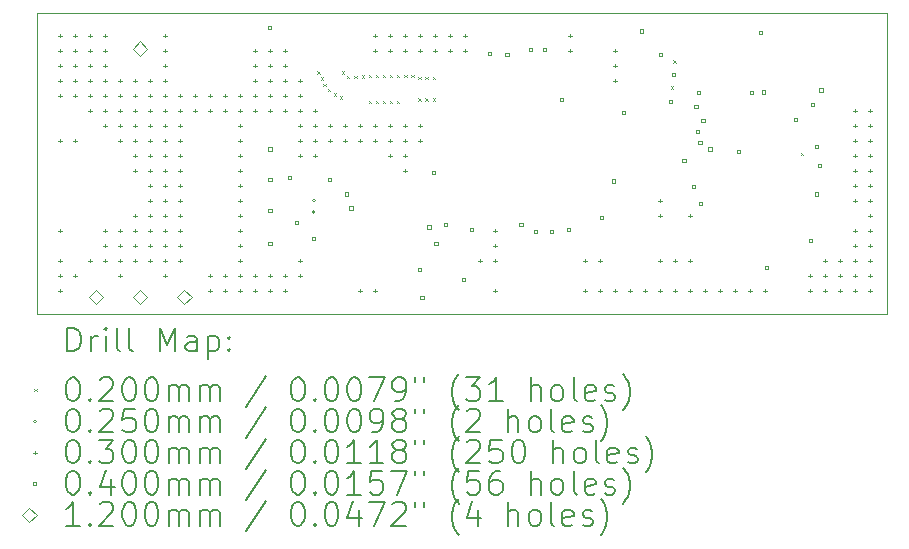
<source format=gbr>
%TF.GenerationSoftware,KiCad,Pcbnew,8.0.5*%
%TF.CreationDate,2024-10-08T13:53:21+03:00*%
%TF.ProjectId,LEXI-R422,4c455849-2d52-4343-9232-2e6b69636164,rev?*%
%TF.SameCoordinates,Original*%
%TF.FileFunction,Drillmap*%
%TF.FilePolarity,Positive*%
%FSLAX45Y45*%
G04 Gerber Fmt 4.5, Leading zero omitted, Abs format (unit mm)*
G04 Created by KiCad (PCBNEW 8.0.5) date 2024-10-08 13:53:21*
%MOMM*%
%LPD*%
G01*
G04 APERTURE LIST*
%ADD10C,0.050000*%
%ADD11C,0.200000*%
%ADD12C,0.100000*%
%ADD13C,0.120000*%
G04 APERTURE END LIST*
D10*
X7500000Y-300000D02*
X300000Y-300000D01*
X300000Y2250000D02*
X300000Y-300000D01*
X7500000Y-300000D02*
X7500000Y2250000D01*
X7500000Y2250000D02*
X300000Y2250000D01*
D11*
D12*
X2674000Y1758000D02*
X2694000Y1738000D01*
X2694000Y1758000D02*
X2674000Y1738000D01*
X2703000Y1706000D02*
X2723000Y1686000D01*
X2723000Y1706000D02*
X2703000Y1686000D01*
X2725000Y1654000D02*
X2745000Y1634000D01*
X2745000Y1654000D02*
X2725000Y1634000D01*
X2764000Y1607000D02*
X2784000Y1587000D01*
X2784000Y1607000D02*
X2764000Y1587000D01*
X2812000Y1570000D02*
X2832000Y1550000D01*
X2832000Y1570000D02*
X2812000Y1550000D01*
X2864000Y1545000D02*
X2884000Y1525000D01*
X2884000Y1545000D02*
X2864000Y1525000D01*
X2882000Y1757000D02*
X2902000Y1737000D01*
X2902000Y1757000D02*
X2882000Y1737000D01*
X2924000Y1722000D02*
X2944000Y1702000D01*
X2944000Y1722000D02*
X2924000Y1702000D01*
X2989000Y1722000D02*
X3009000Y1702000D01*
X3009000Y1722000D02*
X2989000Y1702000D01*
X3049000Y1725000D02*
X3069000Y1705000D01*
X3069000Y1725000D02*
X3049000Y1705000D01*
X3110000Y1730000D02*
X3130000Y1710000D01*
X3130000Y1730000D02*
X3110000Y1710000D01*
X3110000Y1510000D02*
X3130000Y1490000D01*
X3130000Y1510000D02*
X3110000Y1490000D01*
X3170000Y1730000D02*
X3190000Y1710000D01*
X3190000Y1730000D02*
X3170000Y1710000D01*
X3170000Y1510000D02*
X3190000Y1490000D01*
X3190000Y1510000D02*
X3170000Y1490000D01*
X3230000Y1730000D02*
X3250000Y1710000D01*
X3250000Y1730000D02*
X3230000Y1710000D01*
X3230000Y1510000D02*
X3250000Y1490000D01*
X3250000Y1510000D02*
X3230000Y1490000D01*
X3290000Y1730000D02*
X3310000Y1710000D01*
X3310000Y1730000D02*
X3290000Y1710000D01*
X3290000Y1510000D02*
X3310000Y1490000D01*
X3310000Y1510000D02*
X3290000Y1490000D01*
X3350000Y1730000D02*
X3370000Y1710000D01*
X3370000Y1730000D02*
X3350000Y1710000D01*
X3350000Y1510000D02*
X3370000Y1490000D01*
X3370000Y1510000D02*
X3350000Y1490000D01*
X3410000Y1730000D02*
X3430000Y1710000D01*
X3430000Y1730000D02*
X3410000Y1710000D01*
X3470000Y1730000D02*
X3490000Y1710000D01*
X3490000Y1730000D02*
X3470000Y1710000D01*
X3530000Y1710000D02*
X3550000Y1690000D01*
X3550000Y1710000D02*
X3530000Y1690000D01*
X3530000Y1530000D02*
X3550000Y1510000D01*
X3550000Y1530000D02*
X3530000Y1510000D01*
X3590000Y1710000D02*
X3610000Y1690000D01*
X3610000Y1710000D02*
X3590000Y1690000D01*
X3590000Y1530000D02*
X3610000Y1510000D01*
X3610000Y1530000D02*
X3590000Y1510000D01*
X3650000Y1710000D02*
X3670000Y1690000D01*
X3670000Y1710000D02*
X3650000Y1690000D01*
X3650000Y1530000D02*
X3670000Y1510000D01*
X3670000Y1530000D02*
X3650000Y1510000D01*
X5670000Y1630000D02*
X5690000Y1610000D01*
X5690000Y1630000D02*
X5670000Y1610000D01*
X5690000Y1850000D02*
X5710000Y1830000D01*
X5710000Y1850000D02*
X5690000Y1830000D01*
X6770000Y1070000D02*
X6790000Y1050000D01*
X6790000Y1070000D02*
X6770000Y1050000D01*
X2657500Y665000D02*
G75*
G02*
X2632500Y665000I-12500J0D01*
G01*
X2632500Y665000D02*
G75*
G02*
X2657500Y665000I12500J0D01*
G01*
X2657500Y565000D02*
G75*
G02*
X2632500Y565000I-12500J0D01*
G01*
X2632500Y565000D02*
G75*
G02*
X2657500Y565000I12500J0D01*
G01*
X495300Y2074634D02*
X495300Y2044634D01*
X480300Y2059634D02*
X510300Y2059634D01*
X495300Y1947634D02*
X495300Y1917634D01*
X480300Y1932634D02*
X510300Y1932634D01*
X495300Y1820634D02*
X495300Y1790634D01*
X480300Y1805634D02*
X510300Y1805634D01*
X495300Y1693634D02*
X495300Y1663634D01*
X480300Y1678634D02*
X510300Y1678634D01*
X495300Y1566634D02*
X495300Y1536634D01*
X480300Y1551634D02*
X510300Y1551634D01*
X495300Y1185634D02*
X495300Y1155634D01*
X480300Y1170634D02*
X510300Y1170634D01*
X495300Y423634D02*
X495300Y393634D01*
X480300Y408634D02*
X510300Y408634D01*
X495300Y169634D02*
X495300Y139634D01*
X480300Y154634D02*
X510300Y154634D01*
X495300Y42634D02*
X495300Y12634D01*
X480300Y27634D02*
X510300Y27634D01*
X495300Y-84366D02*
X495300Y-114366D01*
X480300Y-99366D02*
X510300Y-99366D01*
X622300Y2074634D02*
X622300Y2044634D01*
X607300Y2059634D02*
X637300Y2059634D01*
X622300Y1947634D02*
X622300Y1917634D01*
X607300Y1932634D02*
X637300Y1932634D01*
X622300Y1820634D02*
X622300Y1790634D01*
X607300Y1805634D02*
X637300Y1805634D01*
X622300Y1693634D02*
X622300Y1663634D01*
X607300Y1678634D02*
X637300Y1678634D01*
X622300Y1566634D02*
X622300Y1536634D01*
X607300Y1551634D02*
X637300Y1551634D01*
X622300Y1185634D02*
X622300Y1155634D01*
X607300Y1170634D02*
X637300Y1170634D01*
X622300Y42634D02*
X622300Y12634D01*
X607300Y27634D02*
X637300Y27634D01*
X749300Y2074634D02*
X749300Y2044634D01*
X734300Y2059634D02*
X764300Y2059634D01*
X749300Y1947634D02*
X749300Y1917634D01*
X734300Y1932634D02*
X764300Y1932634D01*
X749300Y1820634D02*
X749300Y1790634D01*
X734300Y1805634D02*
X764300Y1805634D01*
X749300Y1693634D02*
X749300Y1663634D01*
X734300Y1678634D02*
X764300Y1678634D01*
X749300Y1566634D02*
X749300Y1536634D01*
X734300Y1551634D02*
X764300Y1551634D01*
X749300Y1439634D02*
X749300Y1409634D01*
X734300Y1424634D02*
X764300Y1424634D01*
X749300Y169634D02*
X749300Y139634D01*
X734300Y154634D02*
X764300Y154634D01*
X876300Y2074634D02*
X876300Y2044634D01*
X861300Y2059634D02*
X891300Y2059634D01*
X876300Y1947634D02*
X876300Y1917634D01*
X861300Y1932634D02*
X891300Y1932634D01*
X876300Y1820634D02*
X876300Y1790634D01*
X861300Y1805634D02*
X891300Y1805634D01*
X876300Y1693634D02*
X876300Y1663634D01*
X861300Y1678634D02*
X891300Y1678634D01*
X876300Y1566634D02*
X876300Y1536634D01*
X861300Y1551634D02*
X891300Y1551634D01*
X876300Y1439634D02*
X876300Y1409634D01*
X861300Y1424634D02*
X891300Y1424634D01*
X876300Y1312634D02*
X876300Y1282634D01*
X861300Y1297634D02*
X891300Y1297634D01*
X876300Y423634D02*
X876300Y393634D01*
X861300Y408634D02*
X891300Y408634D01*
X876300Y296634D02*
X876300Y266634D01*
X861300Y281634D02*
X891300Y281634D01*
X876300Y169634D02*
X876300Y139634D01*
X861300Y154634D02*
X891300Y154634D01*
X1003300Y1693634D02*
X1003300Y1663634D01*
X988300Y1678634D02*
X1018300Y1678634D01*
X1003300Y1566634D02*
X1003300Y1536634D01*
X988300Y1551634D02*
X1018300Y1551634D01*
X1003300Y1439634D02*
X1003300Y1409634D01*
X988300Y1424634D02*
X1018300Y1424634D01*
X1003300Y1312634D02*
X1003300Y1282634D01*
X988300Y1297634D02*
X1018300Y1297634D01*
X1003300Y1185634D02*
X1003300Y1155634D01*
X988300Y1170634D02*
X1018300Y1170634D01*
X1003300Y423634D02*
X1003300Y393634D01*
X988300Y408634D02*
X1018300Y408634D01*
X1003300Y296634D02*
X1003300Y266634D01*
X988300Y281634D02*
X1018300Y281634D01*
X1003300Y169634D02*
X1003300Y139634D01*
X988300Y154634D02*
X1018300Y154634D01*
X1003300Y42634D02*
X1003300Y12634D01*
X988300Y27634D02*
X1018300Y27634D01*
X1130300Y1693634D02*
X1130300Y1663634D01*
X1115300Y1678634D02*
X1145300Y1678634D01*
X1130300Y1566634D02*
X1130300Y1536634D01*
X1115300Y1551634D02*
X1145300Y1551634D01*
X1130300Y1439634D02*
X1130300Y1409634D01*
X1115300Y1424634D02*
X1145300Y1424634D01*
X1130300Y1312634D02*
X1130300Y1282634D01*
X1115300Y1297634D02*
X1145300Y1297634D01*
X1130300Y1185634D02*
X1130300Y1155634D01*
X1115300Y1170634D02*
X1145300Y1170634D01*
X1130300Y1058634D02*
X1130300Y1028634D01*
X1115300Y1043634D02*
X1145300Y1043634D01*
X1130300Y931634D02*
X1130300Y901634D01*
X1115300Y916634D02*
X1145300Y916634D01*
X1130300Y550634D02*
X1130300Y520634D01*
X1115300Y535634D02*
X1145300Y535634D01*
X1130300Y423634D02*
X1130300Y393634D01*
X1115300Y408634D02*
X1145300Y408634D01*
X1130300Y296634D02*
X1130300Y266634D01*
X1115300Y281634D02*
X1145300Y281634D01*
X1130300Y169634D02*
X1130300Y139634D01*
X1115300Y154634D02*
X1145300Y154634D01*
X1257300Y1693634D02*
X1257300Y1663634D01*
X1242300Y1678634D02*
X1272300Y1678634D01*
X1257300Y1566634D02*
X1257300Y1536634D01*
X1242300Y1551634D02*
X1272300Y1551634D01*
X1257300Y1439634D02*
X1257300Y1409634D01*
X1242300Y1424634D02*
X1272300Y1424634D01*
X1257300Y1312634D02*
X1257300Y1282634D01*
X1242300Y1297634D02*
X1272300Y1297634D01*
X1257300Y1185634D02*
X1257300Y1155634D01*
X1242300Y1170634D02*
X1272300Y1170634D01*
X1257300Y1058634D02*
X1257300Y1028634D01*
X1242300Y1043634D02*
X1272300Y1043634D01*
X1257300Y931634D02*
X1257300Y901634D01*
X1242300Y916634D02*
X1272300Y916634D01*
X1257300Y804634D02*
X1257300Y774634D01*
X1242300Y789634D02*
X1272300Y789634D01*
X1257300Y677634D02*
X1257300Y647634D01*
X1242300Y662634D02*
X1272300Y662634D01*
X1257300Y550634D02*
X1257300Y520634D01*
X1242300Y535634D02*
X1272300Y535634D01*
X1257300Y423634D02*
X1257300Y393634D01*
X1242300Y408634D02*
X1272300Y408634D01*
X1257300Y296634D02*
X1257300Y266634D01*
X1242300Y281634D02*
X1272300Y281634D01*
X1257300Y169634D02*
X1257300Y139634D01*
X1242300Y154634D02*
X1272300Y154634D01*
X1384300Y2074634D02*
X1384300Y2044634D01*
X1369300Y2059634D02*
X1399300Y2059634D01*
X1384300Y1947634D02*
X1384300Y1917634D01*
X1369300Y1932634D02*
X1399300Y1932634D01*
X1384300Y1820634D02*
X1384300Y1790634D01*
X1369300Y1805634D02*
X1399300Y1805634D01*
X1384300Y1693634D02*
X1384300Y1663634D01*
X1369300Y1678634D02*
X1399300Y1678634D01*
X1384300Y1566634D02*
X1384300Y1536634D01*
X1369300Y1551634D02*
X1399300Y1551634D01*
X1384300Y1439634D02*
X1384300Y1409634D01*
X1369300Y1424634D02*
X1399300Y1424634D01*
X1384300Y1312634D02*
X1384300Y1282634D01*
X1369300Y1297634D02*
X1399300Y1297634D01*
X1384300Y1185634D02*
X1384300Y1155634D01*
X1369300Y1170634D02*
X1399300Y1170634D01*
X1384300Y1058634D02*
X1384300Y1028634D01*
X1369300Y1043634D02*
X1399300Y1043634D01*
X1384300Y931634D02*
X1384300Y901634D01*
X1369300Y916634D02*
X1399300Y916634D01*
X1384300Y804634D02*
X1384300Y774634D01*
X1369300Y789634D02*
X1399300Y789634D01*
X1384300Y677634D02*
X1384300Y647634D01*
X1369300Y662634D02*
X1399300Y662634D01*
X1384300Y550634D02*
X1384300Y520634D01*
X1369300Y535634D02*
X1399300Y535634D01*
X1384300Y423634D02*
X1384300Y393634D01*
X1369300Y408634D02*
X1399300Y408634D01*
X1384300Y296634D02*
X1384300Y266634D01*
X1369300Y281634D02*
X1399300Y281634D01*
X1384300Y169634D02*
X1384300Y139634D01*
X1369300Y154634D02*
X1399300Y154634D01*
X1384300Y42634D02*
X1384300Y12634D01*
X1369300Y27634D02*
X1399300Y27634D01*
X1511300Y1566634D02*
X1511300Y1536634D01*
X1496300Y1551634D02*
X1526300Y1551634D01*
X1511300Y1439634D02*
X1511300Y1409634D01*
X1496300Y1424634D02*
X1526300Y1424634D01*
X1511300Y1312634D02*
X1511300Y1282634D01*
X1496300Y1297634D02*
X1526300Y1297634D01*
X1511300Y1185634D02*
X1511300Y1155634D01*
X1496300Y1170634D02*
X1526300Y1170634D01*
X1511300Y1058634D02*
X1511300Y1028634D01*
X1496300Y1043634D02*
X1526300Y1043634D01*
X1511300Y931634D02*
X1511300Y901634D01*
X1496300Y916634D02*
X1526300Y916634D01*
X1511300Y804634D02*
X1511300Y774634D01*
X1496300Y789634D02*
X1526300Y789634D01*
X1511300Y677634D02*
X1511300Y647634D01*
X1496300Y662634D02*
X1526300Y662634D01*
X1511300Y550634D02*
X1511300Y520634D01*
X1496300Y535634D02*
X1526300Y535634D01*
X1511300Y423634D02*
X1511300Y393634D01*
X1496300Y408634D02*
X1526300Y408634D01*
X1511300Y296634D02*
X1511300Y266634D01*
X1496300Y281634D02*
X1526300Y281634D01*
X1511300Y169634D02*
X1511300Y139634D01*
X1496300Y154634D02*
X1526300Y154634D01*
X1638300Y1566634D02*
X1638300Y1536634D01*
X1623300Y1551634D02*
X1653300Y1551634D01*
X1638300Y1439634D02*
X1638300Y1409634D01*
X1623300Y1424634D02*
X1653300Y1424634D01*
X1765300Y1566634D02*
X1765300Y1536634D01*
X1750300Y1551634D02*
X1780300Y1551634D01*
X1765300Y1439634D02*
X1765300Y1409634D01*
X1750300Y1424634D02*
X1780300Y1424634D01*
X1765300Y42634D02*
X1765300Y12634D01*
X1750300Y27634D02*
X1780300Y27634D01*
X1765300Y-84366D02*
X1765300Y-114366D01*
X1750300Y-99366D02*
X1780300Y-99366D01*
X1892300Y1566634D02*
X1892300Y1536634D01*
X1877300Y1551634D02*
X1907300Y1551634D01*
X1892300Y1439634D02*
X1892300Y1409634D01*
X1877300Y1424634D02*
X1907300Y1424634D01*
X1892300Y42634D02*
X1892300Y12634D01*
X1877300Y27634D02*
X1907300Y27634D01*
X1892300Y-84366D02*
X1892300Y-114366D01*
X1877300Y-99366D02*
X1907300Y-99366D01*
X2019300Y1566634D02*
X2019300Y1536634D01*
X2004300Y1551634D02*
X2034300Y1551634D01*
X2019300Y1439634D02*
X2019300Y1409634D01*
X2004300Y1424634D02*
X2034300Y1424634D01*
X2019300Y1312634D02*
X2019300Y1282634D01*
X2004300Y1297634D02*
X2034300Y1297634D01*
X2019300Y1185634D02*
X2019300Y1155634D01*
X2004300Y1170634D02*
X2034300Y1170634D01*
X2019300Y1058634D02*
X2019300Y1028634D01*
X2004300Y1043634D02*
X2034300Y1043634D01*
X2019300Y931634D02*
X2019300Y901634D01*
X2004300Y916634D02*
X2034300Y916634D01*
X2019300Y804634D02*
X2019300Y774634D01*
X2004300Y789634D02*
X2034300Y789634D01*
X2019300Y677634D02*
X2019300Y647634D01*
X2004300Y662634D02*
X2034300Y662634D01*
X2019300Y550634D02*
X2019300Y520634D01*
X2004300Y535634D02*
X2034300Y535634D01*
X2019300Y423634D02*
X2019300Y393634D01*
X2004300Y408634D02*
X2034300Y408634D01*
X2019300Y296634D02*
X2019300Y266634D01*
X2004300Y281634D02*
X2034300Y281634D01*
X2019300Y169634D02*
X2019300Y139634D01*
X2004300Y154634D02*
X2034300Y154634D01*
X2019300Y42634D02*
X2019300Y12634D01*
X2004300Y27634D02*
X2034300Y27634D01*
X2019300Y-84366D02*
X2019300Y-114366D01*
X2004300Y-99366D02*
X2034300Y-99366D01*
X2146300Y1947634D02*
X2146300Y1917634D01*
X2131300Y1932634D02*
X2161300Y1932634D01*
X2146300Y1820634D02*
X2146300Y1790634D01*
X2131300Y1805634D02*
X2161300Y1805634D01*
X2146300Y1693634D02*
X2146300Y1663634D01*
X2131300Y1678634D02*
X2161300Y1678634D01*
X2146300Y1566634D02*
X2146300Y1536634D01*
X2131300Y1551634D02*
X2161300Y1551634D01*
X2146300Y1439634D02*
X2146300Y1409634D01*
X2131300Y1424634D02*
X2161300Y1424634D01*
X2146300Y42634D02*
X2146300Y12634D01*
X2131300Y27634D02*
X2161300Y27634D01*
X2146300Y-84366D02*
X2146300Y-114366D01*
X2131300Y-99366D02*
X2161300Y-99366D01*
X2273300Y1947634D02*
X2273300Y1917634D01*
X2258300Y1932634D02*
X2288300Y1932634D01*
X2273300Y1820634D02*
X2273300Y1790634D01*
X2258300Y1805634D02*
X2288300Y1805634D01*
X2273300Y1693634D02*
X2273300Y1663634D01*
X2258300Y1678634D02*
X2288300Y1678634D01*
X2273300Y1566634D02*
X2273300Y1536634D01*
X2258300Y1551634D02*
X2288300Y1551634D01*
X2273300Y1439634D02*
X2273300Y1409634D01*
X2258300Y1424634D02*
X2288300Y1424634D01*
X2273300Y42634D02*
X2273300Y12634D01*
X2258300Y27634D02*
X2288300Y27634D01*
X2273300Y-84366D02*
X2273300Y-114366D01*
X2258300Y-99366D02*
X2288300Y-99366D01*
X2400300Y1947634D02*
X2400300Y1917634D01*
X2385300Y1932634D02*
X2415300Y1932634D01*
X2400300Y1820634D02*
X2400300Y1790634D01*
X2385300Y1805634D02*
X2415300Y1805634D01*
X2400300Y1693634D02*
X2400300Y1663634D01*
X2385300Y1678634D02*
X2415300Y1678634D01*
X2400300Y1566634D02*
X2400300Y1536634D01*
X2385300Y1551634D02*
X2415300Y1551634D01*
X2400300Y1439634D02*
X2400300Y1409634D01*
X2385300Y1424634D02*
X2415300Y1424634D01*
X2400300Y42634D02*
X2400300Y12634D01*
X2385300Y27634D02*
X2415300Y27634D01*
X2400300Y-84366D02*
X2400300Y-114366D01*
X2385300Y-99366D02*
X2415300Y-99366D01*
X2527300Y1693634D02*
X2527300Y1663634D01*
X2512300Y1678634D02*
X2542300Y1678634D01*
X2527300Y1566634D02*
X2527300Y1536634D01*
X2512300Y1551634D02*
X2542300Y1551634D01*
X2527300Y1439634D02*
X2527300Y1409634D01*
X2512300Y1424634D02*
X2542300Y1424634D01*
X2527300Y1312634D02*
X2527300Y1282634D01*
X2512300Y1297634D02*
X2542300Y1297634D01*
X2527300Y1185634D02*
X2527300Y1155634D01*
X2512300Y1170634D02*
X2542300Y1170634D01*
X2527300Y1058634D02*
X2527300Y1028634D01*
X2512300Y1043634D02*
X2542300Y1043634D01*
X2527300Y169634D02*
X2527300Y139634D01*
X2512300Y154634D02*
X2542300Y154634D01*
X2527300Y42634D02*
X2527300Y12634D01*
X2512300Y27634D02*
X2542300Y27634D01*
X2654300Y1439634D02*
X2654300Y1409634D01*
X2639300Y1424634D02*
X2669300Y1424634D01*
X2654300Y1312634D02*
X2654300Y1282634D01*
X2639300Y1297634D02*
X2669300Y1297634D01*
X2654300Y1185634D02*
X2654300Y1155634D01*
X2639300Y1170634D02*
X2669300Y1170634D01*
X2654300Y1058634D02*
X2654300Y1028634D01*
X2639300Y1043634D02*
X2669300Y1043634D01*
X2781300Y1312634D02*
X2781300Y1282634D01*
X2766300Y1297634D02*
X2796300Y1297634D01*
X2781300Y1185634D02*
X2781300Y1155634D01*
X2766300Y1170634D02*
X2796300Y1170634D01*
X2908300Y1312634D02*
X2908300Y1282634D01*
X2893300Y1297634D02*
X2923300Y1297634D01*
X2908300Y1185634D02*
X2908300Y1155634D01*
X2893300Y1170634D02*
X2923300Y1170634D01*
X3035300Y1312634D02*
X3035300Y1282634D01*
X3020300Y1297634D02*
X3050300Y1297634D01*
X3035300Y1185634D02*
X3035300Y1155634D01*
X3020300Y1170634D02*
X3050300Y1170634D01*
X3035300Y-84366D02*
X3035300Y-114366D01*
X3020300Y-99366D02*
X3050300Y-99366D01*
X3162300Y2074634D02*
X3162300Y2044634D01*
X3147300Y2059634D02*
X3177300Y2059634D01*
X3162300Y1947634D02*
X3162300Y1917634D01*
X3147300Y1932634D02*
X3177300Y1932634D01*
X3162300Y1312634D02*
X3162300Y1282634D01*
X3147300Y1297634D02*
X3177300Y1297634D01*
X3162300Y1185634D02*
X3162300Y1155634D01*
X3147300Y1170634D02*
X3177300Y1170634D01*
X3162300Y-84366D02*
X3162300Y-114366D01*
X3147300Y-99366D02*
X3177300Y-99366D01*
X3289300Y2074634D02*
X3289300Y2044634D01*
X3274300Y2059634D02*
X3304300Y2059634D01*
X3289300Y1947634D02*
X3289300Y1917634D01*
X3274300Y1932634D02*
X3304300Y1932634D01*
X3289300Y1312634D02*
X3289300Y1282634D01*
X3274300Y1297634D02*
X3304300Y1297634D01*
X3289300Y1185634D02*
X3289300Y1155634D01*
X3274300Y1170634D02*
X3304300Y1170634D01*
X3289300Y1058634D02*
X3289300Y1028634D01*
X3274300Y1043634D02*
X3304300Y1043634D01*
X3416300Y2074634D02*
X3416300Y2044634D01*
X3401300Y2059634D02*
X3431300Y2059634D01*
X3416300Y1947634D02*
X3416300Y1917634D01*
X3401300Y1932634D02*
X3431300Y1932634D01*
X3416300Y1312634D02*
X3416300Y1282634D01*
X3401300Y1297634D02*
X3431300Y1297634D01*
X3416300Y1185634D02*
X3416300Y1155634D01*
X3401300Y1170634D02*
X3431300Y1170634D01*
X3416300Y1058634D02*
X3416300Y1028634D01*
X3401300Y1043634D02*
X3431300Y1043634D01*
X3416300Y931634D02*
X3416300Y901634D01*
X3401300Y916634D02*
X3431300Y916634D01*
X3543300Y2074634D02*
X3543300Y2044634D01*
X3528300Y2059634D02*
X3558300Y2059634D01*
X3543300Y1947634D02*
X3543300Y1917634D01*
X3528300Y1932634D02*
X3558300Y1932634D01*
X3543300Y1312634D02*
X3543300Y1282634D01*
X3528300Y1297634D02*
X3558300Y1297634D01*
X3543300Y1185634D02*
X3543300Y1155634D01*
X3528300Y1170634D02*
X3558300Y1170634D01*
X3670300Y2074634D02*
X3670300Y2044634D01*
X3655300Y2059634D02*
X3685300Y2059634D01*
X3670300Y1947634D02*
X3670300Y1917634D01*
X3655300Y1932634D02*
X3685300Y1932634D01*
X3797300Y2074634D02*
X3797300Y2044634D01*
X3782300Y2059634D02*
X3812300Y2059634D01*
X3797300Y1947634D02*
X3797300Y1917634D01*
X3782300Y1932634D02*
X3812300Y1932634D01*
X3924300Y2074634D02*
X3924300Y2044634D01*
X3909300Y2059634D02*
X3939300Y2059634D01*
X3924300Y1947634D02*
X3924300Y1917634D01*
X3909300Y1932634D02*
X3939300Y1932634D01*
X4051300Y169634D02*
X4051300Y139634D01*
X4036300Y154634D02*
X4066300Y154634D01*
X4178300Y423634D02*
X4178300Y393634D01*
X4163300Y408634D02*
X4193300Y408634D01*
X4178300Y296634D02*
X4178300Y266634D01*
X4163300Y281634D02*
X4193300Y281634D01*
X4178300Y169634D02*
X4178300Y139634D01*
X4163300Y154634D02*
X4193300Y154634D01*
X4178300Y-84366D02*
X4178300Y-114366D01*
X4163300Y-99366D02*
X4193300Y-99366D01*
X4813300Y2074634D02*
X4813300Y2044634D01*
X4798300Y2059634D02*
X4828300Y2059634D01*
X4813300Y1947634D02*
X4813300Y1917634D01*
X4798300Y1932634D02*
X4828300Y1932634D01*
X4940300Y169634D02*
X4940300Y139634D01*
X4925300Y154634D02*
X4955300Y154634D01*
X4940300Y-84366D02*
X4940300Y-114366D01*
X4925300Y-99366D02*
X4955300Y-99366D01*
X5067300Y169634D02*
X5067300Y139634D01*
X5052300Y154634D02*
X5082300Y154634D01*
X5067300Y-84366D02*
X5067300Y-114366D01*
X5052300Y-99366D02*
X5082300Y-99366D01*
X5194300Y1947634D02*
X5194300Y1917634D01*
X5179300Y1932634D02*
X5209300Y1932634D01*
X5194300Y1820634D02*
X5194300Y1790634D01*
X5179300Y1805634D02*
X5209300Y1805634D01*
X5194300Y1693634D02*
X5194300Y1663634D01*
X5179300Y1678634D02*
X5209300Y1678634D01*
X5194300Y-84366D02*
X5194300Y-114366D01*
X5179300Y-99366D02*
X5209300Y-99366D01*
X5321300Y-84366D02*
X5321300Y-114366D01*
X5306300Y-99366D02*
X5336300Y-99366D01*
X5448300Y-84366D02*
X5448300Y-114366D01*
X5433300Y-99366D02*
X5463300Y-99366D01*
X5575300Y677634D02*
X5575300Y647634D01*
X5560300Y662634D02*
X5590300Y662634D01*
X5575300Y550634D02*
X5575300Y520634D01*
X5560300Y535634D02*
X5590300Y535634D01*
X5575300Y169634D02*
X5575300Y139634D01*
X5560300Y154634D02*
X5590300Y154634D01*
X5575300Y-84366D02*
X5575300Y-114366D01*
X5560300Y-99366D02*
X5590300Y-99366D01*
X5702300Y169634D02*
X5702300Y139634D01*
X5687300Y154634D02*
X5717300Y154634D01*
X5702300Y-84366D02*
X5702300Y-114366D01*
X5687300Y-99366D02*
X5717300Y-99366D01*
X5829300Y550634D02*
X5829300Y520634D01*
X5814300Y535634D02*
X5844300Y535634D01*
X5829300Y169634D02*
X5829300Y139634D01*
X5814300Y154634D02*
X5844300Y154634D01*
X5829300Y-84366D02*
X5829300Y-114366D01*
X5814300Y-99366D02*
X5844300Y-99366D01*
X5956300Y-84366D02*
X5956300Y-114366D01*
X5941300Y-99366D02*
X5971300Y-99366D01*
X6083300Y-84366D02*
X6083300Y-114366D01*
X6068300Y-99366D02*
X6098300Y-99366D01*
X6210300Y-84366D02*
X6210300Y-114366D01*
X6195300Y-99366D02*
X6225300Y-99366D01*
X6337300Y-84366D02*
X6337300Y-114366D01*
X6322300Y-99366D02*
X6352300Y-99366D01*
X6464300Y-84366D02*
X6464300Y-114366D01*
X6449300Y-99366D02*
X6479300Y-99366D01*
X6845300Y42634D02*
X6845300Y12634D01*
X6830300Y27634D02*
X6860300Y27634D01*
X6845300Y-84366D02*
X6845300Y-114366D01*
X6830300Y-99366D02*
X6860300Y-99366D01*
X6972300Y169634D02*
X6972300Y139634D01*
X6957300Y154634D02*
X6987300Y154634D01*
X6972300Y42634D02*
X6972300Y12634D01*
X6957300Y27634D02*
X6987300Y27634D01*
X6972300Y-84366D02*
X6972300Y-114366D01*
X6957300Y-99366D02*
X6987300Y-99366D01*
X7099300Y169634D02*
X7099300Y139634D01*
X7084300Y154634D02*
X7114300Y154634D01*
X7099300Y42634D02*
X7099300Y12634D01*
X7084300Y27634D02*
X7114300Y27634D01*
X7099300Y-84366D02*
X7099300Y-114366D01*
X7084300Y-99366D02*
X7114300Y-99366D01*
X7226300Y1439634D02*
X7226300Y1409634D01*
X7211300Y1424634D02*
X7241300Y1424634D01*
X7226300Y1312634D02*
X7226300Y1282634D01*
X7211300Y1297634D02*
X7241300Y1297634D01*
X7226300Y1185634D02*
X7226300Y1155634D01*
X7211300Y1170634D02*
X7241300Y1170634D01*
X7226300Y1058634D02*
X7226300Y1028634D01*
X7211300Y1043634D02*
X7241300Y1043634D01*
X7226300Y931634D02*
X7226300Y901634D01*
X7211300Y916634D02*
X7241300Y916634D01*
X7226300Y804634D02*
X7226300Y774634D01*
X7211300Y789634D02*
X7241300Y789634D01*
X7226300Y677634D02*
X7226300Y647634D01*
X7211300Y662634D02*
X7241300Y662634D01*
X7226300Y423634D02*
X7226300Y393634D01*
X7211300Y408634D02*
X7241300Y408634D01*
X7226300Y296634D02*
X7226300Y266634D01*
X7211300Y281634D02*
X7241300Y281634D01*
X7226300Y169634D02*
X7226300Y139634D01*
X7211300Y154634D02*
X7241300Y154634D01*
X7226300Y42634D02*
X7226300Y12634D01*
X7211300Y27634D02*
X7241300Y27634D01*
X7226300Y-84366D02*
X7226300Y-114366D01*
X7211300Y-99366D02*
X7241300Y-99366D01*
X7353300Y1439634D02*
X7353300Y1409634D01*
X7338300Y1424634D02*
X7368300Y1424634D01*
X7353300Y1312634D02*
X7353300Y1282634D01*
X7338300Y1297634D02*
X7368300Y1297634D01*
X7353300Y1185634D02*
X7353300Y1155634D01*
X7338300Y1170634D02*
X7368300Y1170634D01*
X7353300Y1058634D02*
X7353300Y1028634D01*
X7338300Y1043634D02*
X7368300Y1043634D01*
X7353300Y931634D02*
X7353300Y901634D01*
X7338300Y916634D02*
X7368300Y916634D01*
X7353300Y804634D02*
X7353300Y774634D01*
X7338300Y789634D02*
X7368300Y789634D01*
X7353300Y677634D02*
X7353300Y647634D01*
X7338300Y662634D02*
X7368300Y662634D01*
X7353300Y550634D02*
X7353300Y520634D01*
X7338300Y535634D02*
X7368300Y535634D01*
X7353300Y423634D02*
X7353300Y393634D01*
X7338300Y408634D02*
X7368300Y408634D01*
X7353300Y296634D02*
X7353300Y266634D01*
X7338300Y281634D02*
X7368300Y281634D01*
X7353300Y169634D02*
X7353300Y139634D01*
X7338300Y154634D02*
X7368300Y154634D01*
X7353300Y42634D02*
X7353300Y12634D01*
X7338300Y27634D02*
X7368300Y27634D01*
X7353300Y-84366D02*
X7353300Y-114366D01*
X7338300Y-99366D02*
X7368300Y-99366D01*
X2284902Y2114378D02*
X2284902Y2142662D01*
X2256618Y2142662D01*
X2256618Y2114378D01*
X2284902Y2114378D01*
X2289142Y1085858D02*
X2289142Y1114142D01*
X2260858Y1114142D01*
X2260858Y1085858D01*
X2289142Y1085858D01*
X2289142Y825858D02*
X2289142Y854142D01*
X2260858Y854142D01*
X2260858Y825858D01*
X2289142Y825858D01*
X2289142Y565858D02*
X2289142Y594142D01*
X2260858Y594142D01*
X2260858Y565858D01*
X2289142Y565858D01*
X2289142Y285858D02*
X2289142Y314142D01*
X2260858Y314142D01*
X2260858Y285858D01*
X2289142Y285858D01*
X2454142Y845858D02*
X2454142Y874142D01*
X2425858Y874142D01*
X2425858Y845858D01*
X2454142Y845858D01*
X2514142Y465858D02*
X2514142Y494142D01*
X2485858Y494142D01*
X2485858Y465858D01*
X2514142Y465858D01*
X2654142Y325858D02*
X2654142Y354142D01*
X2625858Y354142D01*
X2625858Y325858D01*
X2654142Y325858D01*
X2794142Y825858D02*
X2794142Y854142D01*
X2765858Y854142D01*
X2765858Y825858D01*
X2794142Y825858D01*
X2934142Y705858D02*
X2934142Y734142D01*
X2905858Y734142D01*
X2905858Y705858D01*
X2934142Y705858D01*
X2974142Y585858D02*
X2974142Y614142D01*
X2945858Y614142D01*
X2945858Y585858D01*
X2974142Y585858D01*
X3554142Y65858D02*
X3554142Y94142D01*
X3525858Y94142D01*
X3525858Y65858D01*
X3554142Y65858D01*
X3574142Y-174142D02*
X3574142Y-145858D01*
X3545858Y-145858D01*
X3545858Y-174142D01*
X3574142Y-174142D01*
X3634142Y425858D02*
X3634142Y454142D01*
X3605858Y454142D01*
X3605858Y425858D01*
X3634142Y425858D01*
X3674142Y885858D02*
X3674142Y914142D01*
X3645858Y914142D01*
X3645858Y885858D01*
X3674142Y885858D01*
X3694142Y285858D02*
X3694142Y314142D01*
X3665858Y314142D01*
X3665858Y285858D01*
X3694142Y285858D01*
X3774142Y445858D02*
X3774142Y474142D01*
X3745858Y474142D01*
X3745858Y445858D01*
X3774142Y445858D01*
X3924142Y-19142D02*
X3924142Y9142D01*
X3895858Y9142D01*
X3895858Y-19142D01*
X3924142Y-19142D01*
X3994142Y405858D02*
X3994142Y434142D01*
X3965858Y434142D01*
X3965858Y405858D01*
X3994142Y405858D01*
X4144142Y1895858D02*
X4144142Y1924142D01*
X4115858Y1924142D01*
X4115858Y1895858D01*
X4144142Y1895858D01*
X4294142Y1885858D02*
X4294142Y1914142D01*
X4265858Y1914142D01*
X4265858Y1885858D01*
X4294142Y1885858D01*
X4414142Y445858D02*
X4414142Y474142D01*
X4385858Y474142D01*
X4385858Y445858D01*
X4414142Y445858D01*
X4494142Y1925858D02*
X4494142Y1954142D01*
X4465858Y1954142D01*
X4465858Y1925858D01*
X4494142Y1925858D01*
X4534142Y385858D02*
X4534142Y414142D01*
X4505858Y414142D01*
X4505858Y385858D01*
X4534142Y385858D01*
X4614142Y1925858D02*
X4614142Y1954142D01*
X4585858Y1954142D01*
X4585858Y1925858D01*
X4614142Y1925858D01*
X4674142Y385858D02*
X4674142Y414142D01*
X4645858Y414142D01*
X4645858Y385858D01*
X4674142Y385858D01*
X4754142Y1505858D02*
X4754142Y1534142D01*
X4725858Y1534142D01*
X4725858Y1505858D01*
X4754142Y1505858D01*
X4814142Y405858D02*
X4814142Y434142D01*
X4785858Y434142D01*
X4785858Y405858D01*
X4814142Y405858D01*
X5094142Y505858D02*
X5094142Y534142D01*
X5065858Y534142D01*
X5065858Y505858D01*
X5094142Y505858D01*
X5194142Y813358D02*
X5194142Y841642D01*
X5165858Y841642D01*
X5165858Y813358D01*
X5194142Y813358D01*
X5281642Y1395858D02*
X5281642Y1424142D01*
X5253358Y1424142D01*
X5253358Y1395858D01*
X5281642Y1395858D01*
X5434142Y2085858D02*
X5434142Y2114142D01*
X5405858Y2114142D01*
X5405858Y2085858D01*
X5434142Y2085858D01*
X5594142Y1885858D02*
X5594142Y1914142D01*
X5565858Y1914142D01*
X5565858Y1885858D01*
X5594142Y1885858D01*
X5681642Y1485858D02*
X5681642Y1514142D01*
X5653358Y1514142D01*
X5653358Y1485858D01*
X5681642Y1485858D01*
X5706142Y1713858D02*
X5706142Y1742142D01*
X5677858Y1742142D01*
X5677858Y1713858D01*
X5706142Y1713858D01*
X5794142Y985858D02*
X5794142Y1014142D01*
X5765858Y1014142D01*
X5765858Y985858D01*
X5794142Y985858D01*
X5874142Y765858D02*
X5874142Y794142D01*
X5845858Y794142D01*
X5845858Y765858D01*
X5874142Y765858D01*
X5894142Y1445858D02*
X5894142Y1474142D01*
X5865858Y1474142D01*
X5865858Y1445858D01*
X5894142Y1445858D01*
X5909421Y1236415D02*
X5909421Y1264699D01*
X5881136Y1264699D01*
X5881136Y1236415D01*
X5909421Y1236415D01*
X5914142Y1565858D02*
X5914142Y1594142D01*
X5885858Y1594142D01*
X5885858Y1565858D01*
X5914142Y1565858D01*
X5929031Y1138356D02*
X5929031Y1166641D01*
X5900747Y1166641D01*
X5900747Y1138356D01*
X5929031Y1138356D01*
X5934142Y625858D02*
X5934142Y654142D01*
X5905858Y654142D01*
X5905858Y625858D01*
X5934142Y625858D01*
X5954142Y1325858D02*
X5954142Y1354142D01*
X5925858Y1354142D01*
X5925858Y1325858D01*
X5954142Y1325858D01*
X6014142Y1085858D02*
X6014142Y1114142D01*
X5985858Y1114142D01*
X5985858Y1085858D01*
X6014142Y1085858D01*
X6254142Y1065858D02*
X6254142Y1094142D01*
X6225858Y1094142D01*
X6225858Y1065858D01*
X6254142Y1065858D01*
X6367428Y1565793D02*
X6367428Y1594078D01*
X6339143Y1594078D01*
X6339143Y1565793D01*
X6367428Y1565793D01*
X6438758Y2072781D02*
X6438758Y2101065D01*
X6410473Y2101065D01*
X6410473Y2072781D01*
X6438758Y2072781D01*
X6467424Y1566753D02*
X6467424Y1595037D01*
X6439139Y1595037D01*
X6439139Y1566753D01*
X6467424Y1566753D01*
X6494142Y81858D02*
X6494142Y110142D01*
X6465858Y110142D01*
X6465858Y81858D01*
X6494142Y81858D01*
X6739142Y1335858D02*
X6739142Y1364142D01*
X6710858Y1364142D01*
X6710858Y1335858D01*
X6739142Y1335858D01*
X6864142Y313358D02*
X6864142Y341642D01*
X6835858Y341642D01*
X6835858Y313358D01*
X6864142Y313358D01*
X6880142Y1464858D02*
X6880142Y1493142D01*
X6851858Y1493142D01*
X6851858Y1464858D01*
X6880142Y1464858D01*
X6914142Y1105858D02*
X6914142Y1134142D01*
X6885858Y1134142D01*
X6885858Y1105858D01*
X6914142Y1105858D01*
X6914142Y705858D02*
X6914142Y734142D01*
X6885858Y734142D01*
X6885858Y705858D01*
X6914142Y705858D01*
X6941642Y945858D02*
X6941642Y974142D01*
X6913358Y974142D01*
X6913358Y945858D01*
X6941642Y945858D01*
X6954142Y1585858D02*
X6954142Y1614142D01*
X6925858Y1614142D01*
X6925858Y1585858D01*
X6954142Y1585858D01*
D13*
X800000Y-210000D02*
X860000Y-150000D01*
X800000Y-90000D01*
X740000Y-150000D01*
X800000Y-210000D01*
X1175000Y1890000D02*
X1235000Y1950000D01*
X1175000Y2010000D01*
X1115000Y1950000D01*
X1175000Y1890000D01*
X1175000Y-210000D02*
X1235000Y-150000D01*
X1175000Y-90000D01*
X1115000Y-150000D01*
X1175000Y-210000D01*
X1550000Y-210000D02*
X1610000Y-150000D01*
X1550000Y-90000D01*
X1490000Y-150000D01*
X1550000Y-210000D01*
D11*
X558277Y-613984D02*
X558277Y-413984D01*
X558277Y-413984D02*
X605896Y-413984D01*
X605896Y-413984D02*
X634467Y-423508D01*
X634467Y-423508D02*
X653515Y-442555D01*
X653515Y-442555D02*
X663039Y-461603D01*
X663039Y-461603D02*
X672563Y-499698D01*
X672563Y-499698D02*
X672563Y-528270D01*
X672563Y-528270D02*
X663039Y-566365D01*
X663039Y-566365D02*
X653515Y-585412D01*
X653515Y-585412D02*
X634467Y-604460D01*
X634467Y-604460D02*
X605896Y-613984D01*
X605896Y-613984D02*
X558277Y-613984D01*
X758277Y-613984D02*
X758277Y-480650D01*
X758277Y-518746D02*
X767801Y-499698D01*
X767801Y-499698D02*
X777324Y-490174D01*
X777324Y-490174D02*
X796372Y-480650D01*
X796372Y-480650D02*
X815420Y-480650D01*
X882086Y-613984D02*
X882086Y-480650D01*
X882086Y-413984D02*
X872562Y-423508D01*
X872562Y-423508D02*
X882086Y-433031D01*
X882086Y-433031D02*
X891610Y-423508D01*
X891610Y-423508D02*
X882086Y-413984D01*
X882086Y-413984D02*
X882086Y-433031D01*
X1005896Y-613984D02*
X986848Y-604460D01*
X986848Y-604460D02*
X977324Y-585412D01*
X977324Y-585412D02*
X977324Y-413984D01*
X1110658Y-613984D02*
X1091610Y-604460D01*
X1091610Y-604460D02*
X1082086Y-585412D01*
X1082086Y-585412D02*
X1082086Y-413984D01*
X1339229Y-613984D02*
X1339229Y-413984D01*
X1339229Y-413984D02*
X1405896Y-556841D01*
X1405896Y-556841D02*
X1472562Y-413984D01*
X1472562Y-413984D02*
X1472562Y-613984D01*
X1653515Y-613984D02*
X1653515Y-509222D01*
X1653515Y-509222D02*
X1643991Y-490174D01*
X1643991Y-490174D02*
X1624943Y-480650D01*
X1624943Y-480650D02*
X1586848Y-480650D01*
X1586848Y-480650D02*
X1567801Y-490174D01*
X1653515Y-604460D02*
X1634467Y-613984D01*
X1634467Y-613984D02*
X1586848Y-613984D01*
X1586848Y-613984D02*
X1567801Y-604460D01*
X1567801Y-604460D02*
X1558277Y-585412D01*
X1558277Y-585412D02*
X1558277Y-566365D01*
X1558277Y-566365D02*
X1567801Y-547317D01*
X1567801Y-547317D02*
X1586848Y-537793D01*
X1586848Y-537793D02*
X1634467Y-537793D01*
X1634467Y-537793D02*
X1653515Y-528270D01*
X1748753Y-480650D02*
X1748753Y-680650D01*
X1748753Y-490174D02*
X1767801Y-480650D01*
X1767801Y-480650D02*
X1805896Y-480650D01*
X1805896Y-480650D02*
X1824943Y-490174D01*
X1824943Y-490174D02*
X1834467Y-499698D01*
X1834467Y-499698D02*
X1843991Y-518746D01*
X1843991Y-518746D02*
X1843991Y-575889D01*
X1843991Y-575889D02*
X1834467Y-594936D01*
X1834467Y-594936D02*
X1824943Y-604460D01*
X1824943Y-604460D02*
X1805896Y-613984D01*
X1805896Y-613984D02*
X1767801Y-613984D01*
X1767801Y-613984D02*
X1748753Y-604460D01*
X1929705Y-594936D02*
X1939229Y-604460D01*
X1939229Y-604460D02*
X1929705Y-613984D01*
X1929705Y-613984D02*
X1920182Y-604460D01*
X1920182Y-604460D02*
X1929705Y-594936D01*
X1929705Y-594936D02*
X1929705Y-613984D01*
X1929705Y-490174D02*
X1939229Y-499698D01*
X1939229Y-499698D02*
X1929705Y-509222D01*
X1929705Y-509222D02*
X1920182Y-499698D01*
X1920182Y-499698D02*
X1929705Y-490174D01*
X1929705Y-490174D02*
X1929705Y-509222D01*
D12*
X277500Y-932500D02*
X297500Y-952500D01*
X297500Y-932500D02*
X277500Y-952500D01*
D11*
X596372Y-833984D02*
X615420Y-833984D01*
X615420Y-833984D02*
X634467Y-843508D01*
X634467Y-843508D02*
X643991Y-853031D01*
X643991Y-853031D02*
X653515Y-872079D01*
X653515Y-872079D02*
X663039Y-910174D01*
X663039Y-910174D02*
X663039Y-957793D01*
X663039Y-957793D02*
X653515Y-995888D01*
X653515Y-995888D02*
X643991Y-1014936D01*
X643991Y-1014936D02*
X634467Y-1024460D01*
X634467Y-1024460D02*
X615420Y-1033984D01*
X615420Y-1033984D02*
X596372Y-1033984D01*
X596372Y-1033984D02*
X577324Y-1024460D01*
X577324Y-1024460D02*
X567801Y-1014936D01*
X567801Y-1014936D02*
X558277Y-995888D01*
X558277Y-995888D02*
X548753Y-957793D01*
X548753Y-957793D02*
X548753Y-910174D01*
X548753Y-910174D02*
X558277Y-872079D01*
X558277Y-872079D02*
X567801Y-853031D01*
X567801Y-853031D02*
X577324Y-843508D01*
X577324Y-843508D02*
X596372Y-833984D01*
X748753Y-1014936D02*
X758277Y-1024460D01*
X758277Y-1024460D02*
X748753Y-1033984D01*
X748753Y-1033984D02*
X739229Y-1024460D01*
X739229Y-1024460D02*
X748753Y-1014936D01*
X748753Y-1014936D02*
X748753Y-1033984D01*
X834467Y-853031D02*
X843991Y-843508D01*
X843991Y-843508D02*
X863039Y-833984D01*
X863039Y-833984D02*
X910658Y-833984D01*
X910658Y-833984D02*
X929705Y-843508D01*
X929705Y-843508D02*
X939229Y-853031D01*
X939229Y-853031D02*
X948753Y-872079D01*
X948753Y-872079D02*
X948753Y-891127D01*
X948753Y-891127D02*
X939229Y-919698D01*
X939229Y-919698D02*
X824943Y-1033984D01*
X824943Y-1033984D02*
X948753Y-1033984D01*
X1072563Y-833984D02*
X1091610Y-833984D01*
X1091610Y-833984D02*
X1110658Y-843508D01*
X1110658Y-843508D02*
X1120182Y-853031D01*
X1120182Y-853031D02*
X1129705Y-872079D01*
X1129705Y-872079D02*
X1139229Y-910174D01*
X1139229Y-910174D02*
X1139229Y-957793D01*
X1139229Y-957793D02*
X1129705Y-995888D01*
X1129705Y-995888D02*
X1120182Y-1014936D01*
X1120182Y-1014936D02*
X1110658Y-1024460D01*
X1110658Y-1024460D02*
X1091610Y-1033984D01*
X1091610Y-1033984D02*
X1072563Y-1033984D01*
X1072563Y-1033984D02*
X1053515Y-1024460D01*
X1053515Y-1024460D02*
X1043991Y-1014936D01*
X1043991Y-1014936D02*
X1034467Y-995888D01*
X1034467Y-995888D02*
X1024943Y-957793D01*
X1024943Y-957793D02*
X1024943Y-910174D01*
X1024943Y-910174D02*
X1034467Y-872079D01*
X1034467Y-872079D02*
X1043991Y-853031D01*
X1043991Y-853031D02*
X1053515Y-843508D01*
X1053515Y-843508D02*
X1072563Y-833984D01*
X1263039Y-833984D02*
X1282086Y-833984D01*
X1282086Y-833984D02*
X1301134Y-843508D01*
X1301134Y-843508D02*
X1310658Y-853031D01*
X1310658Y-853031D02*
X1320182Y-872079D01*
X1320182Y-872079D02*
X1329705Y-910174D01*
X1329705Y-910174D02*
X1329705Y-957793D01*
X1329705Y-957793D02*
X1320182Y-995888D01*
X1320182Y-995888D02*
X1310658Y-1014936D01*
X1310658Y-1014936D02*
X1301134Y-1024460D01*
X1301134Y-1024460D02*
X1282086Y-1033984D01*
X1282086Y-1033984D02*
X1263039Y-1033984D01*
X1263039Y-1033984D02*
X1243991Y-1024460D01*
X1243991Y-1024460D02*
X1234467Y-1014936D01*
X1234467Y-1014936D02*
X1224944Y-995888D01*
X1224944Y-995888D02*
X1215420Y-957793D01*
X1215420Y-957793D02*
X1215420Y-910174D01*
X1215420Y-910174D02*
X1224944Y-872079D01*
X1224944Y-872079D02*
X1234467Y-853031D01*
X1234467Y-853031D02*
X1243991Y-843508D01*
X1243991Y-843508D02*
X1263039Y-833984D01*
X1415420Y-1033984D02*
X1415420Y-900650D01*
X1415420Y-919698D02*
X1424943Y-910174D01*
X1424943Y-910174D02*
X1443991Y-900650D01*
X1443991Y-900650D02*
X1472563Y-900650D01*
X1472563Y-900650D02*
X1491610Y-910174D01*
X1491610Y-910174D02*
X1501134Y-929222D01*
X1501134Y-929222D02*
X1501134Y-1033984D01*
X1501134Y-929222D02*
X1510658Y-910174D01*
X1510658Y-910174D02*
X1529705Y-900650D01*
X1529705Y-900650D02*
X1558277Y-900650D01*
X1558277Y-900650D02*
X1577324Y-910174D01*
X1577324Y-910174D02*
X1586848Y-929222D01*
X1586848Y-929222D02*
X1586848Y-1033984D01*
X1682086Y-1033984D02*
X1682086Y-900650D01*
X1682086Y-919698D02*
X1691610Y-910174D01*
X1691610Y-910174D02*
X1710658Y-900650D01*
X1710658Y-900650D02*
X1739229Y-900650D01*
X1739229Y-900650D02*
X1758277Y-910174D01*
X1758277Y-910174D02*
X1767801Y-929222D01*
X1767801Y-929222D02*
X1767801Y-1033984D01*
X1767801Y-929222D02*
X1777324Y-910174D01*
X1777324Y-910174D02*
X1796372Y-900650D01*
X1796372Y-900650D02*
X1824943Y-900650D01*
X1824943Y-900650D02*
X1843991Y-910174D01*
X1843991Y-910174D02*
X1853515Y-929222D01*
X1853515Y-929222D02*
X1853515Y-1033984D01*
X2243991Y-824460D02*
X2072563Y-1081603D01*
X2501134Y-833984D02*
X2520182Y-833984D01*
X2520182Y-833984D02*
X2539229Y-843508D01*
X2539229Y-843508D02*
X2548753Y-853031D01*
X2548753Y-853031D02*
X2558277Y-872079D01*
X2558277Y-872079D02*
X2567801Y-910174D01*
X2567801Y-910174D02*
X2567801Y-957793D01*
X2567801Y-957793D02*
X2558277Y-995888D01*
X2558277Y-995888D02*
X2548753Y-1014936D01*
X2548753Y-1014936D02*
X2539229Y-1024460D01*
X2539229Y-1024460D02*
X2520182Y-1033984D01*
X2520182Y-1033984D02*
X2501134Y-1033984D01*
X2501134Y-1033984D02*
X2482087Y-1024460D01*
X2482087Y-1024460D02*
X2472563Y-1014936D01*
X2472563Y-1014936D02*
X2463039Y-995888D01*
X2463039Y-995888D02*
X2453515Y-957793D01*
X2453515Y-957793D02*
X2453515Y-910174D01*
X2453515Y-910174D02*
X2463039Y-872079D01*
X2463039Y-872079D02*
X2472563Y-853031D01*
X2472563Y-853031D02*
X2482087Y-843508D01*
X2482087Y-843508D02*
X2501134Y-833984D01*
X2653515Y-1014936D02*
X2663039Y-1024460D01*
X2663039Y-1024460D02*
X2653515Y-1033984D01*
X2653515Y-1033984D02*
X2643991Y-1024460D01*
X2643991Y-1024460D02*
X2653515Y-1014936D01*
X2653515Y-1014936D02*
X2653515Y-1033984D01*
X2786848Y-833984D02*
X2805896Y-833984D01*
X2805896Y-833984D02*
X2824944Y-843508D01*
X2824944Y-843508D02*
X2834467Y-853031D01*
X2834467Y-853031D02*
X2843991Y-872079D01*
X2843991Y-872079D02*
X2853515Y-910174D01*
X2853515Y-910174D02*
X2853515Y-957793D01*
X2853515Y-957793D02*
X2843991Y-995888D01*
X2843991Y-995888D02*
X2834467Y-1014936D01*
X2834467Y-1014936D02*
X2824944Y-1024460D01*
X2824944Y-1024460D02*
X2805896Y-1033984D01*
X2805896Y-1033984D02*
X2786848Y-1033984D01*
X2786848Y-1033984D02*
X2767801Y-1024460D01*
X2767801Y-1024460D02*
X2758277Y-1014936D01*
X2758277Y-1014936D02*
X2748753Y-995888D01*
X2748753Y-995888D02*
X2739229Y-957793D01*
X2739229Y-957793D02*
X2739229Y-910174D01*
X2739229Y-910174D02*
X2748753Y-872079D01*
X2748753Y-872079D02*
X2758277Y-853031D01*
X2758277Y-853031D02*
X2767801Y-843508D01*
X2767801Y-843508D02*
X2786848Y-833984D01*
X2977325Y-833984D02*
X2996372Y-833984D01*
X2996372Y-833984D02*
X3015420Y-843508D01*
X3015420Y-843508D02*
X3024944Y-853031D01*
X3024944Y-853031D02*
X3034467Y-872079D01*
X3034467Y-872079D02*
X3043991Y-910174D01*
X3043991Y-910174D02*
X3043991Y-957793D01*
X3043991Y-957793D02*
X3034467Y-995888D01*
X3034467Y-995888D02*
X3024944Y-1014936D01*
X3024944Y-1014936D02*
X3015420Y-1024460D01*
X3015420Y-1024460D02*
X2996372Y-1033984D01*
X2996372Y-1033984D02*
X2977325Y-1033984D01*
X2977325Y-1033984D02*
X2958277Y-1024460D01*
X2958277Y-1024460D02*
X2948753Y-1014936D01*
X2948753Y-1014936D02*
X2939229Y-995888D01*
X2939229Y-995888D02*
X2929706Y-957793D01*
X2929706Y-957793D02*
X2929706Y-910174D01*
X2929706Y-910174D02*
X2939229Y-872079D01*
X2939229Y-872079D02*
X2948753Y-853031D01*
X2948753Y-853031D02*
X2958277Y-843508D01*
X2958277Y-843508D02*
X2977325Y-833984D01*
X3110658Y-833984D02*
X3243991Y-833984D01*
X3243991Y-833984D02*
X3158277Y-1033984D01*
X3329706Y-1033984D02*
X3367801Y-1033984D01*
X3367801Y-1033984D02*
X3386848Y-1024460D01*
X3386848Y-1024460D02*
X3396372Y-1014936D01*
X3396372Y-1014936D02*
X3415420Y-986365D01*
X3415420Y-986365D02*
X3424944Y-948269D01*
X3424944Y-948269D02*
X3424944Y-872079D01*
X3424944Y-872079D02*
X3415420Y-853031D01*
X3415420Y-853031D02*
X3405896Y-843508D01*
X3405896Y-843508D02*
X3386848Y-833984D01*
X3386848Y-833984D02*
X3348753Y-833984D01*
X3348753Y-833984D02*
X3329706Y-843508D01*
X3329706Y-843508D02*
X3320182Y-853031D01*
X3320182Y-853031D02*
X3310658Y-872079D01*
X3310658Y-872079D02*
X3310658Y-919698D01*
X3310658Y-919698D02*
X3320182Y-938746D01*
X3320182Y-938746D02*
X3329706Y-948269D01*
X3329706Y-948269D02*
X3348753Y-957793D01*
X3348753Y-957793D02*
X3386848Y-957793D01*
X3386848Y-957793D02*
X3405896Y-948269D01*
X3405896Y-948269D02*
X3415420Y-938746D01*
X3415420Y-938746D02*
X3424944Y-919698D01*
X3501134Y-833984D02*
X3501134Y-872079D01*
X3577325Y-833984D02*
X3577325Y-872079D01*
X3872563Y-1110174D02*
X3863039Y-1100650D01*
X3863039Y-1100650D02*
X3843991Y-1072079D01*
X3843991Y-1072079D02*
X3834468Y-1053031D01*
X3834468Y-1053031D02*
X3824944Y-1024460D01*
X3824944Y-1024460D02*
X3815420Y-976841D01*
X3815420Y-976841D02*
X3815420Y-938746D01*
X3815420Y-938746D02*
X3824944Y-891127D01*
X3824944Y-891127D02*
X3834468Y-862555D01*
X3834468Y-862555D02*
X3843991Y-843508D01*
X3843991Y-843508D02*
X3863039Y-814936D01*
X3863039Y-814936D02*
X3872563Y-805412D01*
X3929706Y-833984D02*
X4053515Y-833984D01*
X4053515Y-833984D02*
X3986848Y-910174D01*
X3986848Y-910174D02*
X4015420Y-910174D01*
X4015420Y-910174D02*
X4034468Y-919698D01*
X4034468Y-919698D02*
X4043991Y-929222D01*
X4043991Y-929222D02*
X4053515Y-948269D01*
X4053515Y-948269D02*
X4053515Y-995888D01*
X4053515Y-995888D02*
X4043991Y-1014936D01*
X4043991Y-1014936D02*
X4034468Y-1024460D01*
X4034468Y-1024460D02*
X4015420Y-1033984D01*
X4015420Y-1033984D02*
X3958277Y-1033984D01*
X3958277Y-1033984D02*
X3939229Y-1024460D01*
X3939229Y-1024460D02*
X3929706Y-1014936D01*
X4243991Y-1033984D02*
X4129706Y-1033984D01*
X4186848Y-1033984D02*
X4186848Y-833984D01*
X4186848Y-833984D02*
X4167801Y-862555D01*
X4167801Y-862555D02*
X4148753Y-881603D01*
X4148753Y-881603D02*
X4129706Y-891127D01*
X4482087Y-1033984D02*
X4482087Y-833984D01*
X4567801Y-1033984D02*
X4567801Y-929222D01*
X4567801Y-929222D02*
X4558277Y-910174D01*
X4558277Y-910174D02*
X4539230Y-900650D01*
X4539230Y-900650D02*
X4510658Y-900650D01*
X4510658Y-900650D02*
X4491611Y-910174D01*
X4491611Y-910174D02*
X4482087Y-919698D01*
X4691611Y-1033984D02*
X4672563Y-1024460D01*
X4672563Y-1024460D02*
X4663039Y-1014936D01*
X4663039Y-1014936D02*
X4653515Y-995888D01*
X4653515Y-995888D02*
X4653515Y-938746D01*
X4653515Y-938746D02*
X4663039Y-919698D01*
X4663039Y-919698D02*
X4672563Y-910174D01*
X4672563Y-910174D02*
X4691611Y-900650D01*
X4691611Y-900650D02*
X4720182Y-900650D01*
X4720182Y-900650D02*
X4739230Y-910174D01*
X4739230Y-910174D02*
X4748753Y-919698D01*
X4748753Y-919698D02*
X4758277Y-938746D01*
X4758277Y-938746D02*
X4758277Y-995888D01*
X4758277Y-995888D02*
X4748753Y-1014936D01*
X4748753Y-1014936D02*
X4739230Y-1024460D01*
X4739230Y-1024460D02*
X4720182Y-1033984D01*
X4720182Y-1033984D02*
X4691611Y-1033984D01*
X4872563Y-1033984D02*
X4853515Y-1024460D01*
X4853515Y-1024460D02*
X4843992Y-1005412D01*
X4843992Y-1005412D02*
X4843992Y-833984D01*
X5024944Y-1024460D02*
X5005896Y-1033984D01*
X5005896Y-1033984D02*
X4967801Y-1033984D01*
X4967801Y-1033984D02*
X4948753Y-1024460D01*
X4948753Y-1024460D02*
X4939230Y-1005412D01*
X4939230Y-1005412D02*
X4939230Y-929222D01*
X4939230Y-929222D02*
X4948753Y-910174D01*
X4948753Y-910174D02*
X4967801Y-900650D01*
X4967801Y-900650D02*
X5005896Y-900650D01*
X5005896Y-900650D02*
X5024944Y-910174D01*
X5024944Y-910174D02*
X5034468Y-929222D01*
X5034468Y-929222D02*
X5034468Y-948269D01*
X5034468Y-948269D02*
X4939230Y-967317D01*
X5110658Y-1024460D02*
X5129706Y-1033984D01*
X5129706Y-1033984D02*
X5167801Y-1033984D01*
X5167801Y-1033984D02*
X5186849Y-1024460D01*
X5186849Y-1024460D02*
X5196373Y-1005412D01*
X5196373Y-1005412D02*
X5196373Y-995888D01*
X5196373Y-995888D02*
X5186849Y-976841D01*
X5186849Y-976841D02*
X5167801Y-967317D01*
X5167801Y-967317D02*
X5139230Y-967317D01*
X5139230Y-967317D02*
X5120182Y-957793D01*
X5120182Y-957793D02*
X5110658Y-938746D01*
X5110658Y-938746D02*
X5110658Y-929222D01*
X5110658Y-929222D02*
X5120182Y-910174D01*
X5120182Y-910174D02*
X5139230Y-900650D01*
X5139230Y-900650D02*
X5167801Y-900650D01*
X5167801Y-900650D02*
X5186849Y-910174D01*
X5263039Y-1110174D02*
X5272563Y-1100650D01*
X5272563Y-1100650D02*
X5291611Y-1072079D01*
X5291611Y-1072079D02*
X5301134Y-1053031D01*
X5301134Y-1053031D02*
X5310658Y-1024460D01*
X5310658Y-1024460D02*
X5320182Y-976841D01*
X5320182Y-976841D02*
X5320182Y-938746D01*
X5320182Y-938746D02*
X5310658Y-891127D01*
X5310658Y-891127D02*
X5301134Y-862555D01*
X5301134Y-862555D02*
X5291611Y-843508D01*
X5291611Y-843508D02*
X5272563Y-814936D01*
X5272563Y-814936D02*
X5263039Y-805412D01*
D12*
X297500Y-1206500D02*
G75*
G02*
X272500Y-1206500I-12500J0D01*
G01*
X272500Y-1206500D02*
G75*
G02*
X297500Y-1206500I12500J0D01*
G01*
D11*
X596372Y-1097984D02*
X615420Y-1097984D01*
X615420Y-1097984D02*
X634467Y-1107508D01*
X634467Y-1107508D02*
X643991Y-1117031D01*
X643991Y-1117031D02*
X653515Y-1136079D01*
X653515Y-1136079D02*
X663039Y-1174174D01*
X663039Y-1174174D02*
X663039Y-1221793D01*
X663039Y-1221793D02*
X653515Y-1259889D01*
X653515Y-1259889D02*
X643991Y-1278936D01*
X643991Y-1278936D02*
X634467Y-1288460D01*
X634467Y-1288460D02*
X615420Y-1297984D01*
X615420Y-1297984D02*
X596372Y-1297984D01*
X596372Y-1297984D02*
X577324Y-1288460D01*
X577324Y-1288460D02*
X567801Y-1278936D01*
X567801Y-1278936D02*
X558277Y-1259889D01*
X558277Y-1259889D02*
X548753Y-1221793D01*
X548753Y-1221793D02*
X548753Y-1174174D01*
X548753Y-1174174D02*
X558277Y-1136079D01*
X558277Y-1136079D02*
X567801Y-1117031D01*
X567801Y-1117031D02*
X577324Y-1107508D01*
X577324Y-1107508D02*
X596372Y-1097984D01*
X748753Y-1278936D02*
X758277Y-1288460D01*
X758277Y-1288460D02*
X748753Y-1297984D01*
X748753Y-1297984D02*
X739229Y-1288460D01*
X739229Y-1288460D02*
X748753Y-1278936D01*
X748753Y-1278936D02*
X748753Y-1297984D01*
X834467Y-1117031D02*
X843991Y-1107508D01*
X843991Y-1107508D02*
X863039Y-1097984D01*
X863039Y-1097984D02*
X910658Y-1097984D01*
X910658Y-1097984D02*
X929705Y-1107508D01*
X929705Y-1107508D02*
X939229Y-1117031D01*
X939229Y-1117031D02*
X948753Y-1136079D01*
X948753Y-1136079D02*
X948753Y-1155127D01*
X948753Y-1155127D02*
X939229Y-1183698D01*
X939229Y-1183698D02*
X824943Y-1297984D01*
X824943Y-1297984D02*
X948753Y-1297984D01*
X1129705Y-1097984D02*
X1034467Y-1097984D01*
X1034467Y-1097984D02*
X1024943Y-1193222D01*
X1024943Y-1193222D02*
X1034467Y-1183698D01*
X1034467Y-1183698D02*
X1053515Y-1174174D01*
X1053515Y-1174174D02*
X1101134Y-1174174D01*
X1101134Y-1174174D02*
X1120182Y-1183698D01*
X1120182Y-1183698D02*
X1129705Y-1193222D01*
X1129705Y-1193222D02*
X1139229Y-1212270D01*
X1139229Y-1212270D02*
X1139229Y-1259889D01*
X1139229Y-1259889D02*
X1129705Y-1278936D01*
X1129705Y-1278936D02*
X1120182Y-1288460D01*
X1120182Y-1288460D02*
X1101134Y-1297984D01*
X1101134Y-1297984D02*
X1053515Y-1297984D01*
X1053515Y-1297984D02*
X1034467Y-1288460D01*
X1034467Y-1288460D02*
X1024943Y-1278936D01*
X1263039Y-1097984D02*
X1282086Y-1097984D01*
X1282086Y-1097984D02*
X1301134Y-1107508D01*
X1301134Y-1107508D02*
X1310658Y-1117031D01*
X1310658Y-1117031D02*
X1320182Y-1136079D01*
X1320182Y-1136079D02*
X1329705Y-1174174D01*
X1329705Y-1174174D02*
X1329705Y-1221793D01*
X1329705Y-1221793D02*
X1320182Y-1259889D01*
X1320182Y-1259889D02*
X1310658Y-1278936D01*
X1310658Y-1278936D02*
X1301134Y-1288460D01*
X1301134Y-1288460D02*
X1282086Y-1297984D01*
X1282086Y-1297984D02*
X1263039Y-1297984D01*
X1263039Y-1297984D02*
X1243991Y-1288460D01*
X1243991Y-1288460D02*
X1234467Y-1278936D01*
X1234467Y-1278936D02*
X1224944Y-1259889D01*
X1224944Y-1259889D02*
X1215420Y-1221793D01*
X1215420Y-1221793D02*
X1215420Y-1174174D01*
X1215420Y-1174174D02*
X1224944Y-1136079D01*
X1224944Y-1136079D02*
X1234467Y-1117031D01*
X1234467Y-1117031D02*
X1243991Y-1107508D01*
X1243991Y-1107508D02*
X1263039Y-1097984D01*
X1415420Y-1297984D02*
X1415420Y-1164650D01*
X1415420Y-1183698D02*
X1424943Y-1174174D01*
X1424943Y-1174174D02*
X1443991Y-1164650D01*
X1443991Y-1164650D02*
X1472563Y-1164650D01*
X1472563Y-1164650D02*
X1491610Y-1174174D01*
X1491610Y-1174174D02*
X1501134Y-1193222D01*
X1501134Y-1193222D02*
X1501134Y-1297984D01*
X1501134Y-1193222D02*
X1510658Y-1174174D01*
X1510658Y-1174174D02*
X1529705Y-1164650D01*
X1529705Y-1164650D02*
X1558277Y-1164650D01*
X1558277Y-1164650D02*
X1577324Y-1174174D01*
X1577324Y-1174174D02*
X1586848Y-1193222D01*
X1586848Y-1193222D02*
X1586848Y-1297984D01*
X1682086Y-1297984D02*
X1682086Y-1164650D01*
X1682086Y-1183698D02*
X1691610Y-1174174D01*
X1691610Y-1174174D02*
X1710658Y-1164650D01*
X1710658Y-1164650D02*
X1739229Y-1164650D01*
X1739229Y-1164650D02*
X1758277Y-1174174D01*
X1758277Y-1174174D02*
X1767801Y-1193222D01*
X1767801Y-1193222D02*
X1767801Y-1297984D01*
X1767801Y-1193222D02*
X1777324Y-1174174D01*
X1777324Y-1174174D02*
X1796372Y-1164650D01*
X1796372Y-1164650D02*
X1824943Y-1164650D01*
X1824943Y-1164650D02*
X1843991Y-1174174D01*
X1843991Y-1174174D02*
X1853515Y-1193222D01*
X1853515Y-1193222D02*
X1853515Y-1297984D01*
X2243991Y-1088460D02*
X2072563Y-1345603D01*
X2501134Y-1097984D02*
X2520182Y-1097984D01*
X2520182Y-1097984D02*
X2539229Y-1107508D01*
X2539229Y-1107508D02*
X2548753Y-1117031D01*
X2548753Y-1117031D02*
X2558277Y-1136079D01*
X2558277Y-1136079D02*
X2567801Y-1174174D01*
X2567801Y-1174174D02*
X2567801Y-1221793D01*
X2567801Y-1221793D02*
X2558277Y-1259889D01*
X2558277Y-1259889D02*
X2548753Y-1278936D01*
X2548753Y-1278936D02*
X2539229Y-1288460D01*
X2539229Y-1288460D02*
X2520182Y-1297984D01*
X2520182Y-1297984D02*
X2501134Y-1297984D01*
X2501134Y-1297984D02*
X2482087Y-1288460D01*
X2482087Y-1288460D02*
X2472563Y-1278936D01*
X2472563Y-1278936D02*
X2463039Y-1259889D01*
X2463039Y-1259889D02*
X2453515Y-1221793D01*
X2453515Y-1221793D02*
X2453515Y-1174174D01*
X2453515Y-1174174D02*
X2463039Y-1136079D01*
X2463039Y-1136079D02*
X2472563Y-1117031D01*
X2472563Y-1117031D02*
X2482087Y-1107508D01*
X2482087Y-1107508D02*
X2501134Y-1097984D01*
X2653515Y-1278936D02*
X2663039Y-1288460D01*
X2663039Y-1288460D02*
X2653515Y-1297984D01*
X2653515Y-1297984D02*
X2643991Y-1288460D01*
X2643991Y-1288460D02*
X2653515Y-1278936D01*
X2653515Y-1278936D02*
X2653515Y-1297984D01*
X2786848Y-1097984D02*
X2805896Y-1097984D01*
X2805896Y-1097984D02*
X2824944Y-1107508D01*
X2824944Y-1107508D02*
X2834467Y-1117031D01*
X2834467Y-1117031D02*
X2843991Y-1136079D01*
X2843991Y-1136079D02*
X2853515Y-1174174D01*
X2853515Y-1174174D02*
X2853515Y-1221793D01*
X2853515Y-1221793D02*
X2843991Y-1259889D01*
X2843991Y-1259889D02*
X2834467Y-1278936D01*
X2834467Y-1278936D02*
X2824944Y-1288460D01*
X2824944Y-1288460D02*
X2805896Y-1297984D01*
X2805896Y-1297984D02*
X2786848Y-1297984D01*
X2786848Y-1297984D02*
X2767801Y-1288460D01*
X2767801Y-1288460D02*
X2758277Y-1278936D01*
X2758277Y-1278936D02*
X2748753Y-1259889D01*
X2748753Y-1259889D02*
X2739229Y-1221793D01*
X2739229Y-1221793D02*
X2739229Y-1174174D01*
X2739229Y-1174174D02*
X2748753Y-1136079D01*
X2748753Y-1136079D02*
X2758277Y-1117031D01*
X2758277Y-1117031D02*
X2767801Y-1107508D01*
X2767801Y-1107508D02*
X2786848Y-1097984D01*
X2977325Y-1097984D02*
X2996372Y-1097984D01*
X2996372Y-1097984D02*
X3015420Y-1107508D01*
X3015420Y-1107508D02*
X3024944Y-1117031D01*
X3024944Y-1117031D02*
X3034467Y-1136079D01*
X3034467Y-1136079D02*
X3043991Y-1174174D01*
X3043991Y-1174174D02*
X3043991Y-1221793D01*
X3043991Y-1221793D02*
X3034467Y-1259889D01*
X3034467Y-1259889D02*
X3024944Y-1278936D01*
X3024944Y-1278936D02*
X3015420Y-1288460D01*
X3015420Y-1288460D02*
X2996372Y-1297984D01*
X2996372Y-1297984D02*
X2977325Y-1297984D01*
X2977325Y-1297984D02*
X2958277Y-1288460D01*
X2958277Y-1288460D02*
X2948753Y-1278936D01*
X2948753Y-1278936D02*
X2939229Y-1259889D01*
X2939229Y-1259889D02*
X2929706Y-1221793D01*
X2929706Y-1221793D02*
X2929706Y-1174174D01*
X2929706Y-1174174D02*
X2939229Y-1136079D01*
X2939229Y-1136079D02*
X2948753Y-1117031D01*
X2948753Y-1117031D02*
X2958277Y-1107508D01*
X2958277Y-1107508D02*
X2977325Y-1097984D01*
X3139229Y-1297984D02*
X3177325Y-1297984D01*
X3177325Y-1297984D02*
X3196372Y-1288460D01*
X3196372Y-1288460D02*
X3205896Y-1278936D01*
X3205896Y-1278936D02*
X3224944Y-1250365D01*
X3224944Y-1250365D02*
X3234467Y-1212270D01*
X3234467Y-1212270D02*
X3234467Y-1136079D01*
X3234467Y-1136079D02*
X3224944Y-1117031D01*
X3224944Y-1117031D02*
X3215420Y-1107508D01*
X3215420Y-1107508D02*
X3196372Y-1097984D01*
X3196372Y-1097984D02*
X3158277Y-1097984D01*
X3158277Y-1097984D02*
X3139229Y-1107508D01*
X3139229Y-1107508D02*
X3129706Y-1117031D01*
X3129706Y-1117031D02*
X3120182Y-1136079D01*
X3120182Y-1136079D02*
X3120182Y-1183698D01*
X3120182Y-1183698D02*
X3129706Y-1202746D01*
X3129706Y-1202746D02*
X3139229Y-1212270D01*
X3139229Y-1212270D02*
X3158277Y-1221793D01*
X3158277Y-1221793D02*
X3196372Y-1221793D01*
X3196372Y-1221793D02*
X3215420Y-1212270D01*
X3215420Y-1212270D02*
X3224944Y-1202746D01*
X3224944Y-1202746D02*
X3234467Y-1183698D01*
X3348753Y-1183698D02*
X3329706Y-1174174D01*
X3329706Y-1174174D02*
X3320182Y-1164650D01*
X3320182Y-1164650D02*
X3310658Y-1145603D01*
X3310658Y-1145603D02*
X3310658Y-1136079D01*
X3310658Y-1136079D02*
X3320182Y-1117031D01*
X3320182Y-1117031D02*
X3329706Y-1107508D01*
X3329706Y-1107508D02*
X3348753Y-1097984D01*
X3348753Y-1097984D02*
X3386848Y-1097984D01*
X3386848Y-1097984D02*
X3405896Y-1107508D01*
X3405896Y-1107508D02*
X3415420Y-1117031D01*
X3415420Y-1117031D02*
X3424944Y-1136079D01*
X3424944Y-1136079D02*
X3424944Y-1145603D01*
X3424944Y-1145603D02*
X3415420Y-1164650D01*
X3415420Y-1164650D02*
X3405896Y-1174174D01*
X3405896Y-1174174D02*
X3386848Y-1183698D01*
X3386848Y-1183698D02*
X3348753Y-1183698D01*
X3348753Y-1183698D02*
X3329706Y-1193222D01*
X3329706Y-1193222D02*
X3320182Y-1202746D01*
X3320182Y-1202746D02*
X3310658Y-1221793D01*
X3310658Y-1221793D02*
X3310658Y-1259889D01*
X3310658Y-1259889D02*
X3320182Y-1278936D01*
X3320182Y-1278936D02*
X3329706Y-1288460D01*
X3329706Y-1288460D02*
X3348753Y-1297984D01*
X3348753Y-1297984D02*
X3386848Y-1297984D01*
X3386848Y-1297984D02*
X3405896Y-1288460D01*
X3405896Y-1288460D02*
X3415420Y-1278936D01*
X3415420Y-1278936D02*
X3424944Y-1259889D01*
X3424944Y-1259889D02*
X3424944Y-1221793D01*
X3424944Y-1221793D02*
X3415420Y-1202746D01*
X3415420Y-1202746D02*
X3405896Y-1193222D01*
X3405896Y-1193222D02*
X3386848Y-1183698D01*
X3501134Y-1097984D02*
X3501134Y-1136079D01*
X3577325Y-1097984D02*
X3577325Y-1136079D01*
X3872563Y-1374174D02*
X3863039Y-1364650D01*
X3863039Y-1364650D02*
X3843991Y-1336079D01*
X3843991Y-1336079D02*
X3834468Y-1317031D01*
X3834468Y-1317031D02*
X3824944Y-1288460D01*
X3824944Y-1288460D02*
X3815420Y-1240841D01*
X3815420Y-1240841D02*
X3815420Y-1202746D01*
X3815420Y-1202746D02*
X3824944Y-1155127D01*
X3824944Y-1155127D02*
X3834468Y-1126555D01*
X3834468Y-1126555D02*
X3843991Y-1107508D01*
X3843991Y-1107508D02*
X3863039Y-1078936D01*
X3863039Y-1078936D02*
X3872563Y-1069412D01*
X3939229Y-1117031D02*
X3948753Y-1107508D01*
X3948753Y-1107508D02*
X3967801Y-1097984D01*
X3967801Y-1097984D02*
X4015420Y-1097984D01*
X4015420Y-1097984D02*
X4034468Y-1107508D01*
X4034468Y-1107508D02*
X4043991Y-1117031D01*
X4043991Y-1117031D02*
X4053515Y-1136079D01*
X4053515Y-1136079D02*
X4053515Y-1155127D01*
X4053515Y-1155127D02*
X4043991Y-1183698D01*
X4043991Y-1183698D02*
X3929706Y-1297984D01*
X3929706Y-1297984D02*
X4053515Y-1297984D01*
X4291611Y-1297984D02*
X4291611Y-1097984D01*
X4377325Y-1297984D02*
X4377325Y-1193222D01*
X4377325Y-1193222D02*
X4367801Y-1174174D01*
X4367801Y-1174174D02*
X4348753Y-1164650D01*
X4348753Y-1164650D02*
X4320182Y-1164650D01*
X4320182Y-1164650D02*
X4301134Y-1174174D01*
X4301134Y-1174174D02*
X4291611Y-1183698D01*
X4501134Y-1297984D02*
X4482087Y-1288460D01*
X4482087Y-1288460D02*
X4472563Y-1278936D01*
X4472563Y-1278936D02*
X4463039Y-1259889D01*
X4463039Y-1259889D02*
X4463039Y-1202746D01*
X4463039Y-1202746D02*
X4472563Y-1183698D01*
X4472563Y-1183698D02*
X4482087Y-1174174D01*
X4482087Y-1174174D02*
X4501134Y-1164650D01*
X4501134Y-1164650D02*
X4529706Y-1164650D01*
X4529706Y-1164650D02*
X4548753Y-1174174D01*
X4548753Y-1174174D02*
X4558277Y-1183698D01*
X4558277Y-1183698D02*
X4567801Y-1202746D01*
X4567801Y-1202746D02*
X4567801Y-1259889D01*
X4567801Y-1259889D02*
X4558277Y-1278936D01*
X4558277Y-1278936D02*
X4548753Y-1288460D01*
X4548753Y-1288460D02*
X4529706Y-1297984D01*
X4529706Y-1297984D02*
X4501134Y-1297984D01*
X4682087Y-1297984D02*
X4663039Y-1288460D01*
X4663039Y-1288460D02*
X4653515Y-1269412D01*
X4653515Y-1269412D02*
X4653515Y-1097984D01*
X4834468Y-1288460D02*
X4815420Y-1297984D01*
X4815420Y-1297984D02*
X4777325Y-1297984D01*
X4777325Y-1297984D02*
X4758277Y-1288460D01*
X4758277Y-1288460D02*
X4748753Y-1269412D01*
X4748753Y-1269412D02*
X4748753Y-1193222D01*
X4748753Y-1193222D02*
X4758277Y-1174174D01*
X4758277Y-1174174D02*
X4777325Y-1164650D01*
X4777325Y-1164650D02*
X4815420Y-1164650D01*
X4815420Y-1164650D02*
X4834468Y-1174174D01*
X4834468Y-1174174D02*
X4843992Y-1193222D01*
X4843992Y-1193222D02*
X4843992Y-1212270D01*
X4843992Y-1212270D02*
X4748753Y-1231317D01*
X4920182Y-1288460D02*
X4939230Y-1297984D01*
X4939230Y-1297984D02*
X4977325Y-1297984D01*
X4977325Y-1297984D02*
X4996373Y-1288460D01*
X4996373Y-1288460D02*
X5005896Y-1269412D01*
X5005896Y-1269412D02*
X5005896Y-1259889D01*
X5005896Y-1259889D02*
X4996373Y-1240841D01*
X4996373Y-1240841D02*
X4977325Y-1231317D01*
X4977325Y-1231317D02*
X4948753Y-1231317D01*
X4948753Y-1231317D02*
X4929706Y-1221793D01*
X4929706Y-1221793D02*
X4920182Y-1202746D01*
X4920182Y-1202746D02*
X4920182Y-1193222D01*
X4920182Y-1193222D02*
X4929706Y-1174174D01*
X4929706Y-1174174D02*
X4948753Y-1164650D01*
X4948753Y-1164650D02*
X4977325Y-1164650D01*
X4977325Y-1164650D02*
X4996373Y-1174174D01*
X5072563Y-1374174D02*
X5082087Y-1364650D01*
X5082087Y-1364650D02*
X5101134Y-1336079D01*
X5101134Y-1336079D02*
X5110658Y-1317031D01*
X5110658Y-1317031D02*
X5120182Y-1288460D01*
X5120182Y-1288460D02*
X5129706Y-1240841D01*
X5129706Y-1240841D02*
X5129706Y-1202746D01*
X5129706Y-1202746D02*
X5120182Y-1155127D01*
X5120182Y-1155127D02*
X5110658Y-1126555D01*
X5110658Y-1126555D02*
X5101134Y-1107508D01*
X5101134Y-1107508D02*
X5082087Y-1078936D01*
X5082087Y-1078936D02*
X5072563Y-1069412D01*
D12*
X282500Y-1455500D02*
X282500Y-1485500D01*
X267500Y-1470500D02*
X297500Y-1470500D01*
D11*
X596372Y-1361984D02*
X615420Y-1361984D01*
X615420Y-1361984D02*
X634467Y-1371508D01*
X634467Y-1371508D02*
X643991Y-1381031D01*
X643991Y-1381031D02*
X653515Y-1400079D01*
X653515Y-1400079D02*
X663039Y-1438174D01*
X663039Y-1438174D02*
X663039Y-1485793D01*
X663039Y-1485793D02*
X653515Y-1523888D01*
X653515Y-1523888D02*
X643991Y-1542936D01*
X643991Y-1542936D02*
X634467Y-1552460D01*
X634467Y-1552460D02*
X615420Y-1561984D01*
X615420Y-1561984D02*
X596372Y-1561984D01*
X596372Y-1561984D02*
X577324Y-1552460D01*
X577324Y-1552460D02*
X567801Y-1542936D01*
X567801Y-1542936D02*
X558277Y-1523888D01*
X558277Y-1523888D02*
X548753Y-1485793D01*
X548753Y-1485793D02*
X548753Y-1438174D01*
X548753Y-1438174D02*
X558277Y-1400079D01*
X558277Y-1400079D02*
X567801Y-1381031D01*
X567801Y-1381031D02*
X577324Y-1371508D01*
X577324Y-1371508D02*
X596372Y-1361984D01*
X748753Y-1542936D02*
X758277Y-1552460D01*
X758277Y-1552460D02*
X748753Y-1561984D01*
X748753Y-1561984D02*
X739229Y-1552460D01*
X739229Y-1552460D02*
X748753Y-1542936D01*
X748753Y-1542936D02*
X748753Y-1561984D01*
X824943Y-1361984D02*
X948753Y-1361984D01*
X948753Y-1361984D02*
X882086Y-1438174D01*
X882086Y-1438174D02*
X910658Y-1438174D01*
X910658Y-1438174D02*
X929705Y-1447698D01*
X929705Y-1447698D02*
X939229Y-1457222D01*
X939229Y-1457222D02*
X948753Y-1476269D01*
X948753Y-1476269D02*
X948753Y-1523888D01*
X948753Y-1523888D02*
X939229Y-1542936D01*
X939229Y-1542936D02*
X929705Y-1552460D01*
X929705Y-1552460D02*
X910658Y-1561984D01*
X910658Y-1561984D02*
X853515Y-1561984D01*
X853515Y-1561984D02*
X834467Y-1552460D01*
X834467Y-1552460D02*
X824943Y-1542936D01*
X1072563Y-1361984D02*
X1091610Y-1361984D01*
X1091610Y-1361984D02*
X1110658Y-1371508D01*
X1110658Y-1371508D02*
X1120182Y-1381031D01*
X1120182Y-1381031D02*
X1129705Y-1400079D01*
X1129705Y-1400079D02*
X1139229Y-1438174D01*
X1139229Y-1438174D02*
X1139229Y-1485793D01*
X1139229Y-1485793D02*
X1129705Y-1523888D01*
X1129705Y-1523888D02*
X1120182Y-1542936D01*
X1120182Y-1542936D02*
X1110658Y-1552460D01*
X1110658Y-1552460D02*
X1091610Y-1561984D01*
X1091610Y-1561984D02*
X1072563Y-1561984D01*
X1072563Y-1561984D02*
X1053515Y-1552460D01*
X1053515Y-1552460D02*
X1043991Y-1542936D01*
X1043991Y-1542936D02*
X1034467Y-1523888D01*
X1034467Y-1523888D02*
X1024943Y-1485793D01*
X1024943Y-1485793D02*
X1024943Y-1438174D01*
X1024943Y-1438174D02*
X1034467Y-1400079D01*
X1034467Y-1400079D02*
X1043991Y-1381031D01*
X1043991Y-1381031D02*
X1053515Y-1371508D01*
X1053515Y-1371508D02*
X1072563Y-1361984D01*
X1263039Y-1361984D02*
X1282086Y-1361984D01*
X1282086Y-1361984D02*
X1301134Y-1371508D01*
X1301134Y-1371508D02*
X1310658Y-1381031D01*
X1310658Y-1381031D02*
X1320182Y-1400079D01*
X1320182Y-1400079D02*
X1329705Y-1438174D01*
X1329705Y-1438174D02*
X1329705Y-1485793D01*
X1329705Y-1485793D02*
X1320182Y-1523888D01*
X1320182Y-1523888D02*
X1310658Y-1542936D01*
X1310658Y-1542936D02*
X1301134Y-1552460D01*
X1301134Y-1552460D02*
X1282086Y-1561984D01*
X1282086Y-1561984D02*
X1263039Y-1561984D01*
X1263039Y-1561984D02*
X1243991Y-1552460D01*
X1243991Y-1552460D02*
X1234467Y-1542936D01*
X1234467Y-1542936D02*
X1224944Y-1523888D01*
X1224944Y-1523888D02*
X1215420Y-1485793D01*
X1215420Y-1485793D02*
X1215420Y-1438174D01*
X1215420Y-1438174D02*
X1224944Y-1400079D01*
X1224944Y-1400079D02*
X1234467Y-1381031D01*
X1234467Y-1381031D02*
X1243991Y-1371508D01*
X1243991Y-1371508D02*
X1263039Y-1361984D01*
X1415420Y-1561984D02*
X1415420Y-1428650D01*
X1415420Y-1447698D02*
X1424943Y-1438174D01*
X1424943Y-1438174D02*
X1443991Y-1428650D01*
X1443991Y-1428650D02*
X1472563Y-1428650D01*
X1472563Y-1428650D02*
X1491610Y-1438174D01*
X1491610Y-1438174D02*
X1501134Y-1457222D01*
X1501134Y-1457222D02*
X1501134Y-1561984D01*
X1501134Y-1457222D02*
X1510658Y-1438174D01*
X1510658Y-1438174D02*
X1529705Y-1428650D01*
X1529705Y-1428650D02*
X1558277Y-1428650D01*
X1558277Y-1428650D02*
X1577324Y-1438174D01*
X1577324Y-1438174D02*
X1586848Y-1457222D01*
X1586848Y-1457222D02*
X1586848Y-1561984D01*
X1682086Y-1561984D02*
X1682086Y-1428650D01*
X1682086Y-1447698D02*
X1691610Y-1438174D01*
X1691610Y-1438174D02*
X1710658Y-1428650D01*
X1710658Y-1428650D02*
X1739229Y-1428650D01*
X1739229Y-1428650D02*
X1758277Y-1438174D01*
X1758277Y-1438174D02*
X1767801Y-1457222D01*
X1767801Y-1457222D02*
X1767801Y-1561984D01*
X1767801Y-1457222D02*
X1777324Y-1438174D01*
X1777324Y-1438174D02*
X1796372Y-1428650D01*
X1796372Y-1428650D02*
X1824943Y-1428650D01*
X1824943Y-1428650D02*
X1843991Y-1438174D01*
X1843991Y-1438174D02*
X1853515Y-1457222D01*
X1853515Y-1457222D02*
X1853515Y-1561984D01*
X2243991Y-1352460D02*
X2072563Y-1609603D01*
X2501134Y-1361984D02*
X2520182Y-1361984D01*
X2520182Y-1361984D02*
X2539229Y-1371508D01*
X2539229Y-1371508D02*
X2548753Y-1381031D01*
X2548753Y-1381031D02*
X2558277Y-1400079D01*
X2558277Y-1400079D02*
X2567801Y-1438174D01*
X2567801Y-1438174D02*
X2567801Y-1485793D01*
X2567801Y-1485793D02*
X2558277Y-1523888D01*
X2558277Y-1523888D02*
X2548753Y-1542936D01*
X2548753Y-1542936D02*
X2539229Y-1552460D01*
X2539229Y-1552460D02*
X2520182Y-1561984D01*
X2520182Y-1561984D02*
X2501134Y-1561984D01*
X2501134Y-1561984D02*
X2482087Y-1552460D01*
X2482087Y-1552460D02*
X2472563Y-1542936D01*
X2472563Y-1542936D02*
X2463039Y-1523888D01*
X2463039Y-1523888D02*
X2453515Y-1485793D01*
X2453515Y-1485793D02*
X2453515Y-1438174D01*
X2453515Y-1438174D02*
X2463039Y-1400079D01*
X2463039Y-1400079D02*
X2472563Y-1381031D01*
X2472563Y-1381031D02*
X2482087Y-1371508D01*
X2482087Y-1371508D02*
X2501134Y-1361984D01*
X2653515Y-1542936D02*
X2663039Y-1552460D01*
X2663039Y-1552460D02*
X2653515Y-1561984D01*
X2653515Y-1561984D02*
X2643991Y-1552460D01*
X2643991Y-1552460D02*
X2653515Y-1542936D01*
X2653515Y-1542936D02*
X2653515Y-1561984D01*
X2786848Y-1361984D02*
X2805896Y-1361984D01*
X2805896Y-1361984D02*
X2824944Y-1371508D01*
X2824944Y-1371508D02*
X2834467Y-1381031D01*
X2834467Y-1381031D02*
X2843991Y-1400079D01*
X2843991Y-1400079D02*
X2853515Y-1438174D01*
X2853515Y-1438174D02*
X2853515Y-1485793D01*
X2853515Y-1485793D02*
X2843991Y-1523888D01*
X2843991Y-1523888D02*
X2834467Y-1542936D01*
X2834467Y-1542936D02*
X2824944Y-1552460D01*
X2824944Y-1552460D02*
X2805896Y-1561984D01*
X2805896Y-1561984D02*
X2786848Y-1561984D01*
X2786848Y-1561984D02*
X2767801Y-1552460D01*
X2767801Y-1552460D02*
X2758277Y-1542936D01*
X2758277Y-1542936D02*
X2748753Y-1523888D01*
X2748753Y-1523888D02*
X2739229Y-1485793D01*
X2739229Y-1485793D02*
X2739229Y-1438174D01*
X2739229Y-1438174D02*
X2748753Y-1400079D01*
X2748753Y-1400079D02*
X2758277Y-1381031D01*
X2758277Y-1381031D02*
X2767801Y-1371508D01*
X2767801Y-1371508D02*
X2786848Y-1361984D01*
X3043991Y-1561984D02*
X2929706Y-1561984D01*
X2986848Y-1561984D02*
X2986848Y-1361984D01*
X2986848Y-1361984D02*
X2967801Y-1390555D01*
X2967801Y-1390555D02*
X2948753Y-1409603D01*
X2948753Y-1409603D02*
X2929706Y-1419127D01*
X3234467Y-1561984D02*
X3120182Y-1561984D01*
X3177325Y-1561984D02*
X3177325Y-1361984D01*
X3177325Y-1361984D02*
X3158277Y-1390555D01*
X3158277Y-1390555D02*
X3139229Y-1409603D01*
X3139229Y-1409603D02*
X3120182Y-1419127D01*
X3348753Y-1447698D02*
X3329706Y-1438174D01*
X3329706Y-1438174D02*
X3320182Y-1428650D01*
X3320182Y-1428650D02*
X3310658Y-1409603D01*
X3310658Y-1409603D02*
X3310658Y-1400079D01*
X3310658Y-1400079D02*
X3320182Y-1381031D01*
X3320182Y-1381031D02*
X3329706Y-1371508D01*
X3329706Y-1371508D02*
X3348753Y-1361984D01*
X3348753Y-1361984D02*
X3386848Y-1361984D01*
X3386848Y-1361984D02*
X3405896Y-1371508D01*
X3405896Y-1371508D02*
X3415420Y-1381031D01*
X3415420Y-1381031D02*
X3424944Y-1400079D01*
X3424944Y-1400079D02*
X3424944Y-1409603D01*
X3424944Y-1409603D02*
X3415420Y-1428650D01*
X3415420Y-1428650D02*
X3405896Y-1438174D01*
X3405896Y-1438174D02*
X3386848Y-1447698D01*
X3386848Y-1447698D02*
X3348753Y-1447698D01*
X3348753Y-1447698D02*
X3329706Y-1457222D01*
X3329706Y-1457222D02*
X3320182Y-1466746D01*
X3320182Y-1466746D02*
X3310658Y-1485793D01*
X3310658Y-1485793D02*
X3310658Y-1523888D01*
X3310658Y-1523888D02*
X3320182Y-1542936D01*
X3320182Y-1542936D02*
X3329706Y-1552460D01*
X3329706Y-1552460D02*
X3348753Y-1561984D01*
X3348753Y-1561984D02*
X3386848Y-1561984D01*
X3386848Y-1561984D02*
X3405896Y-1552460D01*
X3405896Y-1552460D02*
X3415420Y-1542936D01*
X3415420Y-1542936D02*
X3424944Y-1523888D01*
X3424944Y-1523888D02*
X3424944Y-1485793D01*
X3424944Y-1485793D02*
X3415420Y-1466746D01*
X3415420Y-1466746D02*
X3405896Y-1457222D01*
X3405896Y-1457222D02*
X3386848Y-1447698D01*
X3501134Y-1361984D02*
X3501134Y-1400079D01*
X3577325Y-1361984D02*
X3577325Y-1400079D01*
X3872563Y-1638174D02*
X3863039Y-1628650D01*
X3863039Y-1628650D02*
X3843991Y-1600079D01*
X3843991Y-1600079D02*
X3834468Y-1581031D01*
X3834468Y-1581031D02*
X3824944Y-1552460D01*
X3824944Y-1552460D02*
X3815420Y-1504841D01*
X3815420Y-1504841D02*
X3815420Y-1466746D01*
X3815420Y-1466746D02*
X3824944Y-1419127D01*
X3824944Y-1419127D02*
X3834468Y-1390555D01*
X3834468Y-1390555D02*
X3843991Y-1371508D01*
X3843991Y-1371508D02*
X3863039Y-1342936D01*
X3863039Y-1342936D02*
X3872563Y-1333412D01*
X3939229Y-1381031D02*
X3948753Y-1371508D01*
X3948753Y-1371508D02*
X3967801Y-1361984D01*
X3967801Y-1361984D02*
X4015420Y-1361984D01*
X4015420Y-1361984D02*
X4034468Y-1371508D01*
X4034468Y-1371508D02*
X4043991Y-1381031D01*
X4043991Y-1381031D02*
X4053515Y-1400079D01*
X4053515Y-1400079D02*
X4053515Y-1419127D01*
X4053515Y-1419127D02*
X4043991Y-1447698D01*
X4043991Y-1447698D02*
X3929706Y-1561984D01*
X3929706Y-1561984D02*
X4053515Y-1561984D01*
X4234468Y-1361984D02*
X4139229Y-1361984D01*
X4139229Y-1361984D02*
X4129706Y-1457222D01*
X4129706Y-1457222D02*
X4139229Y-1447698D01*
X4139229Y-1447698D02*
X4158277Y-1438174D01*
X4158277Y-1438174D02*
X4205896Y-1438174D01*
X4205896Y-1438174D02*
X4224944Y-1447698D01*
X4224944Y-1447698D02*
X4234468Y-1457222D01*
X4234468Y-1457222D02*
X4243991Y-1476269D01*
X4243991Y-1476269D02*
X4243991Y-1523888D01*
X4243991Y-1523888D02*
X4234468Y-1542936D01*
X4234468Y-1542936D02*
X4224944Y-1552460D01*
X4224944Y-1552460D02*
X4205896Y-1561984D01*
X4205896Y-1561984D02*
X4158277Y-1561984D01*
X4158277Y-1561984D02*
X4139229Y-1552460D01*
X4139229Y-1552460D02*
X4129706Y-1542936D01*
X4367801Y-1361984D02*
X4386849Y-1361984D01*
X4386849Y-1361984D02*
X4405896Y-1371508D01*
X4405896Y-1371508D02*
X4415420Y-1381031D01*
X4415420Y-1381031D02*
X4424944Y-1400079D01*
X4424944Y-1400079D02*
X4434468Y-1438174D01*
X4434468Y-1438174D02*
X4434468Y-1485793D01*
X4434468Y-1485793D02*
X4424944Y-1523888D01*
X4424944Y-1523888D02*
X4415420Y-1542936D01*
X4415420Y-1542936D02*
X4405896Y-1552460D01*
X4405896Y-1552460D02*
X4386849Y-1561984D01*
X4386849Y-1561984D02*
X4367801Y-1561984D01*
X4367801Y-1561984D02*
X4348753Y-1552460D01*
X4348753Y-1552460D02*
X4339230Y-1542936D01*
X4339230Y-1542936D02*
X4329706Y-1523888D01*
X4329706Y-1523888D02*
X4320182Y-1485793D01*
X4320182Y-1485793D02*
X4320182Y-1438174D01*
X4320182Y-1438174D02*
X4329706Y-1400079D01*
X4329706Y-1400079D02*
X4339230Y-1381031D01*
X4339230Y-1381031D02*
X4348753Y-1371508D01*
X4348753Y-1371508D02*
X4367801Y-1361984D01*
X4672563Y-1561984D02*
X4672563Y-1361984D01*
X4758277Y-1561984D02*
X4758277Y-1457222D01*
X4758277Y-1457222D02*
X4748753Y-1438174D01*
X4748753Y-1438174D02*
X4729706Y-1428650D01*
X4729706Y-1428650D02*
X4701134Y-1428650D01*
X4701134Y-1428650D02*
X4682087Y-1438174D01*
X4682087Y-1438174D02*
X4672563Y-1447698D01*
X4882087Y-1561984D02*
X4863039Y-1552460D01*
X4863039Y-1552460D02*
X4853515Y-1542936D01*
X4853515Y-1542936D02*
X4843992Y-1523888D01*
X4843992Y-1523888D02*
X4843992Y-1466746D01*
X4843992Y-1466746D02*
X4853515Y-1447698D01*
X4853515Y-1447698D02*
X4863039Y-1438174D01*
X4863039Y-1438174D02*
X4882087Y-1428650D01*
X4882087Y-1428650D02*
X4910658Y-1428650D01*
X4910658Y-1428650D02*
X4929706Y-1438174D01*
X4929706Y-1438174D02*
X4939230Y-1447698D01*
X4939230Y-1447698D02*
X4948753Y-1466746D01*
X4948753Y-1466746D02*
X4948753Y-1523888D01*
X4948753Y-1523888D02*
X4939230Y-1542936D01*
X4939230Y-1542936D02*
X4929706Y-1552460D01*
X4929706Y-1552460D02*
X4910658Y-1561984D01*
X4910658Y-1561984D02*
X4882087Y-1561984D01*
X5063039Y-1561984D02*
X5043992Y-1552460D01*
X5043992Y-1552460D02*
X5034468Y-1533412D01*
X5034468Y-1533412D02*
X5034468Y-1361984D01*
X5215420Y-1552460D02*
X5196373Y-1561984D01*
X5196373Y-1561984D02*
X5158277Y-1561984D01*
X5158277Y-1561984D02*
X5139230Y-1552460D01*
X5139230Y-1552460D02*
X5129706Y-1533412D01*
X5129706Y-1533412D02*
X5129706Y-1457222D01*
X5129706Y-1457222D02*
X5139230Y-1438174D01*
X5139230Y-1438174D02*
X5158277Y-1428650D01*
X5158277Y-1428650D02*
X5196373Y-1428650D01*
X5196373Y-1428650D02*
X5215420Y-1438174D01*
X5215420Y-1438174D02*
X5224944Y-1457222D01*
X5224944Y-1457222D02*
X5224944Y-1476269D01*
X5224944Y-1476269D02*
X5129706Y-1495317D01*
X5301134Y-1552460D02*
X5320182Y-1561984D01*
X5320182Y-1561984D02*
X5358277Y-1561984D01*
X5358277Y-1561984D02*
X5377325Y-1552460D01*
X5377325Y-1552460D02*
X5386849Y-1533412D01*
X5386849Y-1533412D02*
X5386849Y-1523888D01*
X5386849Y-1523888D02*
X5377325Y-1504841D01*
X5377325Y-1504841D02*
X5358277Y-1495317D01*
X5358277Y-1495317D02*
X5329706Y-1495317D01*
X5329706Y-1495317D02*
X5310658Y-1485793D01*
X5310658Y-1485793D02*
X5301134Y-1466746D01*
X5301134Y-1466746D02*
X5301134Y-1457222D01*
X5301134Y-1457222D02*
X5310658Y-1438174D01*
X5310658Y-1438174D02*
X5329706Y-1428650D01*
X5329706Y-1428650D02*
X5358277Y-1428650D01*
X5358277Y-1428650D02*
X5377325Y-1438174D01*
X5453515Y-1638174D02*
X5463039Y-1628650D01*
X5463039Y-1628650D02*
X5482087Y-1600079D01*
X5482087Y-1600079D02*
X5491611Y-1581031D01*
X5491611Y-1581031D02*
X5501134Y-1552460D01*
X5501134Y-1552460D02*
X5510658Y-1504841D01*
X5510658Y-1504841D02*
X5510658Y-1466746D01*
X5510658Y-1466746D02*
X5501134Y-1419127D01*
X5501134Y-1419127D02*
X5491611Y-1390555D01*
X5491611Y-1390555D02*
X5482087Y-1371508D01*
X5482087Y-1371508D02*
X5463039Y-1342936D01*
X5463039Y-1342936D02*
X5453515Y-1333412D01*
D12*
X291642Y-1748642D02*
X291642Y-1720358D01*
X263358Y-1720358D01*
X263358Y-1748642D01*
X291642Y-1748642D01*
D11*
X596372Y-1625984D02*
X615420Y-1625984D01*
X615420Y-1625984D02*
X634467Y-1635508D01*
X634467Y-1635508D02*
X643991Y-1645031D01*
X643991Y-1645031D02*
X653515Y-1664079D01*
X653515Y-1664079D02*
X663039Y-1702174D01*
X663039Y-1702174D02*
X663039Y-1749793D01*
X663039Y-1749793D02*
X653515Y-1787888D01*
X653515Y-1787888D02*
X643991Y-1806936D01*
X643991Y-1806936D02*
X634467Y-1816460D01*
X634467Y-1816460D02*
X615420Y-1825984D01*
X615420Y-1825984D02*
X596372Y-1825984D01*
X596372Y-1825984D02*
X577324Y-1816460D01*
X577324Y-1816460D02*
X567801Y-1806936D01*
X567801Y-1806936D02*
X558277Y-1787888D01*
X558277Y-1787888D02*
X548753Y-1749793D01*
X548753Y-1749793D02*
X548753Y-1702174D01*
X548753Y-1702174D02*
X558277Y-1664079D01*
X558277Y-1664079D02*
X567801Y-1645031D01*
X567801Y-1645031D02*
X577324Y-1635508D01*
X577324Y-1635508D02*
X596372Y-1625984D01*
X748753Y-1806936D02*
X758277Y-1816460D01*
X758277Y-1816460D02*
X748753Y-1825984D01*
X748753Y-1825984D02*
X739229Y-1816460D01*
X739229Y-1816460D02*
X748753Y-1806936D01*
X748753Y-1806936D02*
X748753Y-1825984D01*
X929705Y-1692650D02*
X929705Y-1825984D01*
X882086Y-1616460D02*
X834467Y-1759317D01*
X834467Y-1759317D02*
X958277Y-1759317D01*
X1072563Y-1625984D02*
X1091610Y-1625984D01*
X1091610Y-1625984D02*
X1110658Y-1635508D01*
X1110658Y-1635508D02*
X1120182Y-1645031D01*
X1120182Y-1645031D02*
X1129705Y-1664079D01*
X1129705Y-1664079D02*
X1139229Y-1702174D01*
X1139229Y-1702174D02*
X1139229Y-1749793D01*
X1139229Y-1749793D02*
X1129705Y-1787888D01*
X1129705Y-1787888D02*
X1120182Y-1806936D01*
X1120182Y-1806936D02*
X1110658Y-1816460D01*
X1110658Y-1816460D02*
X1091610Y-1825984D01*
X1091610Y-1825984D02*
X1072563Y-1825984D01*
X1072563Y-1825984D02*
X1053515Y-1816460D01*
X1053515Y-1816460D02*
X1043991Y-1806936D01*
X1043991Y-1806936D02*
X1034467Y-1787888D01*
X1034467Y-1787888D02*
X1024943Y-1749793D01*
X1024943Y-1749793D02*
X1024943Y-1702174D01*
X1024943Y-1702174D02*
X1034467Y-1664079D01*
X1034467Y-1664079D02*
X1043991Y-1645031D01*
X1043991Y-1645031D02*
X1053515Y-1635508D01*
X1053515Y-1635508D02*
X1072563Y-1625984D01*
X1263039Y-1625984D02*
X1282086Y-1625984D01*
X1282086Y-1625984D02*
X1301134Y-1635508D01*
X1301134Y-1635508D02*
X1310658Y-1645031D01*
X1310658Y-1645031D02*
X1320182Y-1664079D01*
X1320182Y-1664079D02*
X1329705Y-1702174D01*
X1329705Y-1702174D02*
X1329705Y-1749793D01*
X1329705Y-1749793D02*
X1320182Y-1787888D01*
X1320182Y-1787888D02*
X1310658Y-1806936D01*
X1310658Y-1806936D02*
X1301134Y-1816460D01*
X1301134Y-1816460D02*
X1282086Y-1825984D01*
X1282086Y-1825984D02*
X1263039Y-1825984D01*
X1263039Y-1825984D02*
X1243991Y-1816460D01*
X1243991Y-1816460D02*
X1234467Y-1806936D01*
X1234467Y-1806936D02*
X1224944Y-1787888D01*
X1224944Y-1787888D02*
X1215420Y-1749793D01*
X1215420Y-1749793D02*
X1215420Y-1702174D01*
X1215420Y-1702174D02*
X1224944Y-1664079D01*
X1224944Y-1664079D02*
X1234467Y-1645031D01*
X1234467Y-1645031D02*
X1243991Y-1635508D01*
X1243991Y-1635508D02*
X1263039Y-1625984D01*
X1415420Y-1825984D02*
X1415420Y-1692650D01*
X1415420Y-1711698D02*
X1424943Y-1702174D01*
X1424943Y-1702174D02*
X1443991Y-1692650D01*
X1443991Y-1692650D02*
X1472563Y-1692650D01*
X1472563Y-1692650D02*
X1491610Y-1702174D01*
X1491610Y-1702174D02*
X1501134Y-1721222D01*
X1501134Y-1721222D02*
X1501134Y-1825984D01*
X1501134Y-1721222D02*
X1510658Y-1702174D01*
X1510658Y-1702174D02*
X1529705Y-1692650D01*
X1529705Y-1692650D02*
X1558277Y-1692650D01*
X1558277Y-1692650D02*
X1577324Y-1702174D01*
X1577324Y-1702174D02*
X1586848Y-1721222D01*
X1586848Y-1721222D02*
X1586848Y-1825984D01*
X1682086Y-1825984D02*
X1682086Y-1692650D01*
X1682086Y-1711698D02*
X1691610Y-1702174D01*
X1691610Y-1702174D02*
X1710658Y-1692650D01*
X1710658Y-1692650D02*
X1739229Y-1692650D01*
X1739229Y-1692650D02*
X1758277Y-1702174D01*
X1758277Y-1702174D02*
X1767801Y-1721222D01*
X1767801Y-1721222D02*
X1767801Y-1825984D01*
X1767801Y-1721222D02*
X1777324Y-1702174D01*
X1777324Y-1702174D02*
X1796372Y-1692650D01*
X1796372Y-1692650D02*
X1824943Y-1692650D01*
X1824943Y-1692650D02*
X1843991Y-1702174D01*
X1843991Y-1702174D02*
X1853515Y-1721222D01*
X1853515Y-1721222D02*
X1853515Y-1825984D01*
X2243991Y-1616460D02*
X2072563Y-1873603D01*
X2501134Y-1625984D02*
X2520182Y-1625984D01*
X2520182Y-1625984D02*
X2539229Y-1635508D01*
X2539229Y-1635508D02*
X2548753Y-1645031D01*
X2548753Y-1645031D02*
X2558277Y-1664079D01*
X2558277Y-1664079D02*
X2567801Y-1702174D01*
X2567801Y-1702174D02*
X2567801Y-1749793D01*
X2567801Y-1749793D02*
X2558277Y-1787888D01*
X2558277Y-1787888D02*
X2548753Y-1806936D01*
X2548753Y-1806936D02*
X2539229Y-1816460D01*
X2539229Y-1816460D02*
X2520182Y-1825984D01*
X2520182Y-1825984D02*
X2501134Y-1825984D01*
X2501134Y-1825984D02*
X2482087Y-1816460D01*
X2482087Y-1816460D02*
X2472563Y-1806936D01*
X2472563Y-1806936D02*
X2463039Y-1787888D01*
X2463039Y-1787888D02*
X2453515Y-1749793D01*
X2453515Y-1749793D02*
X2453515Y-1702174D01*
X2453515Y-1702174D02*
X2463039Y-1664079D01*
X2463039Y-1664079D02*
X2472563Y-1645031D01*
X2472563Y-1645031D02*
X2482087Y-1635508D01*
X2482087Y-1635508D02*
X2501134Y-1625984D01*
X2653515Y-1806936D02*
X2663039Y-1816460D01*
X2663039Y-1816460D02*
X2653515Y-1825984D01*
X2653515Y-1825984D02*
X2643991Y-1816460D01*
X2643991Y-1816460D02*
X2653515Y-1806936D01*
X2653515Y-1806936D02*
X2653515Y-1825984D01*
X2786848Y-1625984D02*
X2805896Y-1625984D01*
X2805896Y-1625984D02*
X2824944Y-1635508D01*
X2824944Y-1635508D02*
X2834467Y-1645031D01*
X2834467Y-1645031D02*
X2843991Y-1664079D01*
X2843991Y-1664079D02*
X2853515Y-1702174D01*
X2853515Y-1702174D02*
X2853515Y-1749793D01*
X2853515Y-1749793D02*
X2843991Y-1787888D01*
X2843991Y-1787888D02*
X2834467Y-1806936D01*
X2834467Y-1806936D02*
X2824944Y-1816460D01*
X2824944Y-1816460D02*
X2805896Y-1825984D01*
X2805896Y-1825984D02*
X2786848Y-1825984D01*
X2786848Y-1825984D02*
X2767801Y-1816460D01*
X2767801Y-1816460D02*
X2758277Y-1806936D01*
X2758277Y-1806936D02*
X2748753Y-1787888D01*
X2748753Y-1787888D02*
X2739229Y-1749793D01*
X2739229Y-1749793D02*
X2739229Y-1702174D01*
X2739229Y-1702174D02*
X2748753Y-1664079D01*
X2748753Y-1664079D02*
X2758277Y-1645031D01*
X2758277Y-1645031D02*
X2767801Y-1635508D01*
X2767801Y-1635508D02*
X2786848Y-1625984D01*
X3043991Y-1825984D02*
X2929706Y-1825984D01*
X2986848Y-1825984D02*
X2986848Y-1625984D01*
X2986848Y-1625984D02*
X2967801Y-1654555D01*
X2967801Y-1654555D02*
X2948753Y-1673603D01*
X2948753Y-1673603D02*
X2929706Y-1683127D01*
X3224944Y-1625984D02*
X3129706Y-1625984D01*
X3129706Y-1625984D02*
X3120182Y-1721222D01*
X3120182Y-1721222D02*
X3129706Y-1711698D01*
X3129706Y-1711698D02*
X3148753Y-1702174D01*
X3148753Y-1702174D02*
X3196372Y-1702174D01*
X3196372Y-1702174D02*
X3215420Y-1711698D01*
X3215420Y-1711698D02*
X3224944Y-1721222D01*
X3224944Y-1721222D02*
X3234467Y-1740269D01*
X3234467Y-1740269D02*
X3234467Y-1787888D01*
X3234467Y-1787888D02*
X3224944Y-1806936D01*
X3224944Y-1806936D02*
X3215420Y-1816460D01*
X3215420Y-1816460D02*
X3196372Y-1825984D01*
X3196372Y-1825984D02*
X3148753Y-1825984D01*
X3148753Y-1825984D02*
X3129706Y-1816460D01*
X3129706Y-1816460D02*
X3120182Y-1806936D01*
X3301134Y-1625984D02*
X3434467Y-1625984D01*
X3434467Y-1625984D02*
X3348753Y-1825984D01*
X3501134Y-1625984D02*
X3501134Y-1664079D01*
X3577325Y-1625984D02*
X3577325Y-1664079D01*
X3872563Y-1902174D02*
X3863039Y-1892650D01*
X3863039Y-1892650D02*
X3843991Y-1864079D01*
X3843991Y-1864079D02*
X3834468Y-1845031D01*
X3834468Y-1845031D02*
X3824944Y-1816460D01*
X3824944Y-1816460D02*
X3815420Y-1768841D01*
X3815420Y-1768841D02*
X3815420Y-1730746D01*
X3815420Y-1730746D02*
X3824944Y-1683127D01*
X3824944Y-1683127D02*
X3834468Y-1654555D01*
X3834468Y-1654555D02*
X3843991Y-1635508D01*
X3843991Y-1635508D02*
X3863039Y-1606936D01*
X3863039Y-1606936D02*
X3872563Y-1597412D01*
X4043991Y-1625984D02*
X3948753Y-1625984D01*
X3948753Y-1625984D02*
X3939229Y-1721222D01*
X3939229Y-1721222D02*
X3948753Y-1711698D01*
X3948753Y-1711698D02*
X3967801Y-1702174D01*
X3967801Y-1702174D02*
X4015420Y-1702174D01*
X4015420Y-1702174D02*
X4034468Y-1711698D01*
X4034468Y-1711698D02*
X4043991Y-1721222D01*
X4043991Y-1721222D02*
X4053515Y-1740269D01*
X4053515Y-1740269D02*
X4053515Y-1787888D01*
X4053515Y-1787888D02*
X4043991Y-1806936D01*
X4043991Y-1806936D02*
X4034468Y-1816460D01*
X4034468Y-1816460D02*
X4015420Y-1825984D01*
X4015420Y-1825984D02*
X3967801Y-1825984D01*
X3967801Y-1825984D02*
X3948753Y-1816460D01*
X3948753Y-1816460D02*
X3939229Y-1806936D01*
X4224944Y-1625984D02*
X4186848Y-1625984D01*
X4186848Y-1625984D02*
X4167801Y-1635508D01*
X4167801Y-1635508D02*
X4158277Y-1645031D01*
X4158277Y-1645031D02*
X4139229Y-1673603D01*
X4139229Y-1673603D02*
X4129706Y-1711698D01*
X4129706Y-1711698D02*
X4129706Y-1787888D01*
X4129706Y-1787888D02*
X4139229Y-1806936D01*
X4139229Y-1806936D02*
X4148753Y-1816460D01*
X4148753Y-1816460D02*
X4167801Y-1825984D01*
X4167801Y-1825984D02*
X4205896Y-1825984D01*
X4205896Y-1825984D02*
X4224944Y-1816460D01*
X4224944Y-1816460D02*
X4234468Y-1806936D01*
X4234468Y-1806936D02*
X4243991Y-1787888D01*
X4243991Y-1787888D02*
X4243991Y-1740269D01*
X4243991Y-1740269D02*
X4234468Y-1721222D01*
X4234468Y-1721222D02*
X4224944Y-1711698D01*
X4224944Y-1711698D02*
X4205896Y-1702174D01*
X4205896Y-1702174D02*
X4167801Y-1702174D01*
X4167801Y-1702174D02*
X4148753Y-1711698D01*
X4148753Y-1711698D02*
X4139229Y-1721222D01*
X4139229Y-1721222D02*
X4129706Y-1740269D01*
X4482087Y-1825984D02*
X4482087Y-1625984D01*
X4567801Y-1825984D02*
X4567801Y-1721222D01*
X4567801Y-1721222D02*
X4558277Y-1702174D01*
X4558277Y-1702174D02*
X4539230Y-1692650D01*
X4539230Y-1692650D02*
X4510658Y-1692650D01*
X4510658Y-1692650D02*
X4491611Y-1702174D01*
X4491611Y-1702174D02*
X4482087Y-1711698D01*
X4691611Y-1825984D02*
X4672563Y-1816460D01*
X4672563Y-1816460D02*
X4663039Y-1806936D01*
X4663039Y-1806936D02*
X4653515Y-1787888D01*
X4653515Y-1787888D02*
X4653515Y-1730746D01*
X4653515Y-1730746D02*
X4663039Y-1711698D01*
X4663039Y-1711698D02*
X4672563Y-1702174D01*
X4672563Y-1702174D02*
X4691611Y-1692650D01*
X4691611Y-1692650D02*
X4720182Y-1692650D01*
X4720182Y-1692650D02*
X4739230Y-1702174D01*
X4739230Y-1702174D02*
X4748753Y-1711698D01*
X4748753Y-1711698D02*
X4758277Y-1730746D01*
X4758277Y-1730746D02*
X4758277Y-1787888D01*
X4758277Y-1787888D02*
X4748753Y-1806936D01*
X4748753Y-1806936D02*
X4739230Y-1816460D01*
X4739230Y-1816460D02*
X4720182Y-1825984D01*
X4720182Y-1825984D02*
X4691611Y-1825984D01*
X4872563Y-1825984D02*
X4853515Y-1816460D01*
X4853515Y-1816460D02*
X4843992Y-1797412D01*
X4843992Y-1797412D02*
X4843992Y-1625984D01*
X5024944Y-1816460D02*
X5005896Y-1825984D01*
X5005896Y-1825984D02*
X4967801Y-1825984D01*
X4967801Y-1825984D02*
X4948753Y-1816460D01*
X4948753Y-1816460D02*
X4939230Y-1797412D01*
X4939230Y-1797412D02*
X4939230Y-1721222D01*
X4939230Y-1721222D02*
X4948753Y-1702174D01*
X4948753Y-1702174D02*
X4967801Y-1692650D01*
X4967801Y-1692650D02*
X5005896Y-1692650D01*
X5005896Y-1692650D02*
X5024944Y-1702174D01*
X5024944Y-1702174D02*
X5034468Y-1721222D01*
X5034468Y-1721222D02*
X5034468Y-1740269D01*
X5034468Y-1740269D02*
X4939230Y-1759317D01*
X5110658Y-1816460D02*
X5129706Y-1825984D01*
X5129706Y-1825984D02*
X5167801Y-1825984D01*
X5167801Y-1825984D02*
X5186849Y-1816460D01*
X5186849Y-1816460D02*
X5196373Y-1797412D01*
X5196373Y-1797412D02*
X5196373Y-1787888D01*
X5196373Y-1787888D02*
X5186849Y-1768841D01*
X5186849Y-1768841D02*
X5167801Y-1759317D01*
X5167801Y-1759317D02*
X5139230Y-1759317D01*
X5139230Y-1759317D02*
X5120182Y-1749793D01*
X5120182Y-1749793D02*
X5110658Y-1730746D01*
X5110658Y-1730746D02*
X5110658Y-1721222D01*
X5110658Y-1721222D02*
X5120182Y-1702174D01*
X5120182Y-1702174D02*
X5139230Y-1692650D01*
X5139230Y-1692650D02*
X5167801Y-1692650D01*
X5167801Y-1692650D02*
X5186849Y-1702174D01*
X5263039Y-1902174D02*
X5272563Y-1892650D01*
X5272563Y-1892650D02*
X5291611Y-1864079D01*
X5291611Y-1864079D02*
X5301134Y-1845031D01*
X5301134Y-1845031D02*
X5310658Y-1816460D01*
X5310658Y-1816460D02*
X5320182Y-1768841D01*
X5320182Y-1768841D02*
X5320182Y-1730746D01*
X5320182Y-1730746D02*
X5310658Y-1683127D01*
X5310658Y-1683127D02*
X5301134Y-1654555D01*
X5301134Y-1654555D02*
X5291611Y-1635508D01*
X5291611Y-1635508D02*
X5272563Y-1606936D01*
X5272563Y-1606936D02*
X5263039Y-1597412D01*
D13*
X237500Y-2058500D02*
X297500Y-1998500D01*
X237500Y-1938500D01*
X177500Y-1998500D01*
X237500Y-2058500D01*
D11*
X663039Y-2089984D02*
X548753Y-2089984D01*
X605896Y-2089984D02*
X605896Y-1889984D01*
X605896Y-1889984D02*
X586848Y-1918555D01*
X586848Y-1918555D02*
X567801Y-1937603D01*
X567801Y-1937603D02*
X548753Y-1947127D01*
X748753Y-2070936D02*
X758277Y-2080460D01*
X758277Y-2080460D02*
X748753Y-2089984D01*
X748753Y-2089984D02*
X739229Y-2080460D01*
X739229Y-2080460D02*
X748753Y-2070936D01*
X748753Y-2070936D02*
X748753Y-2089984D01*
X834467Y-1909031D02*
X843991Y-1899508D01*
X843991Y-1899508D02*
X863039Y-1889984D01*
X863039Y-1889984D02*
X910658Y-1889984D01*
X910658Y-1889984D02*
X929705Y-1899508D01*
X929705Y-1899508D02*
X939229Y-1909031D01*
X939229Y-1909031D02*
X948753Y-1928079D01*
X948753Y-1928079D02*
X948753Y-1947127D01*
X948753Y-1947127D02*
X939229Y-1975698D01*
X939229Y-1975698D02*
X824943Y-2089984D01*
X824943Y-2089984D02*
X948753Y-2089984D01*
X1072563Y-1889984D02*
X1091610Y-1889984D01*
X1091610Y-1889984D02*
X1110658Y-1899508D01*
X1110658Y-1899508D02*
X1120182Y-1909031D01*
X1120182Y-1909031D02*
X1129705Y-1928079D01*
X1129705Y-1928079D02*
X1139229Y-1966174D01*
X1139229Y-1966174D02*
X1139229Y-2013793D01*
X1139229Y-2013793D02*
X1129705Y-2051888D01*
X1129705Y-2051888D02*
X1120182Y-2070936D01*
X1120182Y-2070936D02*
X1110658Y-2080460D01*
X1110658Y-2080460D02*
X1091610Y-2089984D01*
X1091610Y-2089984D02*
X1072563Y-2089984D01*
X1072563Y-2089984D02*
X1053515Y-2080460D01*
X1053515Y-2080460D02*
X1043991Y-2070936D01*
X1043991Y-2070936D02*
X1034467Y-2051888D01*
X1034467Y-2051888D02*
X1024943Y-2013793D01*
X1024943Y-2013793D02*
X1024943Y-1966174D01*
X1024943Y-1966174D02*
X1034467Y-1928079D01*
X1034467Y-1928079D02*
X1043991Y-1909031D01*
X1043991Y-1909031D02*
X1053515Y-1899508D01*
X1053515Y-1899508D02*
X1072563Y-1889984D01*
X1263039Y-1889984D02*
X1282086Y-1889984D01*
X1282086Y-1889984D02*
X1301134Y-1899508D01*
X1301134Y-1899508D02*
X1310658Y-1909031D01*
X1310658Y-1909031D02*
X1320182Y-1928079D01*
X1320182Y-1928079D02*
X1329705Y-1966174D01*
X1329705Y-1966174D02*
X1329705Y-2013793D01*
X1329705Y-2013793D02*
X1320182Y-2051888D01*
X1320182Y-2051888D02*
X1310658Y-2070936D01*
X1310658Y-2070936D02*
X1301134Y-2080460D01*
X1301134Y-2080460D02*
X1282086Y-2089984D01*
X1282086Y-2089984D02*
X1263039Y-2089984D01*
X1263039Y-2089984D02*
X1243991Y-2080460D01*
X1243991Y-2080460D02*
X1234467Y-2070936D01*
X1234467Y-2070936D02*
X1224944Y-2051888D01*
X1224944Y-2051888D02*
X1215420Y-2013793D01*
X1215420Y-2013793D02*
X1215420Y-1966174D01*
X1215420Y-1966174D02*
X1224944Y-1928079D01*
X1224944Y-1928079D02*
X1234467Y-1909031D01*
X1234467Y-1909031D02*
X1243991Y-1899508D01*
X1243991Y-1899508D02*
X1263039Y-1889984D01*
X1415420Y-2089984D02*
X1415420Y-1956650D01*
X1415420Y-1975698D02*
X1424943Y-1966174D01*
X1424943Y-1966174D02*
X1443991Y-1956650D01*
X1443991Y-1956650D02*
X1472563Y-1956650D01*
X1472563Y-1956650D02*
X1491610Y-1966174D01*
X1491610Y-1966174D02*
X1501134Y-1985222D01*
X1501134Y-1985222D02*
X1501134Y-2089984D01*
X1501134Y-1985222D02*
X1510658Y-1966174D01*
X1510658Y-1966174D02*
X1529705Y-1956650D01*
X1529705Y-1956650D02*
X1558277Y-1956650D01*
X1558277Y-1956650D02*
X1577324Y-1966174D01*
X1577324Y-1966174D02*
X1586848Y-1985222D01*
X1586848Y-1985222D02*
X1586848Y-2089984D01*
X1682086Y-2089984D02*
X1682086Y-1956650D01*
X1682086Y-1975698D02*
X1691610Y-1966174D01*
X1691610Y-1966174D02*
X1710658Y-1956650D01*
X1710658Y-1956650D02*
X1739229Y-1956650D01*
X1739229Y-1956650D02*
X1758277Y-1966174D01*
X1758277Y-1966174D02*
X1767801Y-1985222D01*
X1767801Y-1985222D02*
X1767801Y-2089984D01*
X1767801Y-1985222D02*
X1777324Y-1966174D01*
X1777324Y-1966174D02*
X1796372Y-1956650D01*
X1796372Y-1956650D02*
X1824943Y-1956650D01*
X1824943Y-1956650D02*
X1843991Y-1966174D01*
X1843991Y-1966174D02*
X1853515Y-1985222D01*
X1853515Y-1985222D02*
X1853515Y-2089984D01*
X2243991Y-1880460D02*
X2072563Y-2137603D01*
X2501134Y-1889984D02*
X2520182Y-1889984D01*
X2520182Y-1889984D02*
X2539229Y-1899508D01*
X2539229Y-1899508D02*
X2548753Y-1909031D01*
X2548753Y-1909031D02*
X2558277Y-1928079D01*
X2558277Y-1928079D02*
X2567801Y-1966174D01*
X2567801Y-1966174D02*
X2567801Y-2013793D01*
X2567801Y-2013793D02*
X2558277Y-2051888D01*
X2558277Y-2051888D02*
X2548753Y-2070936D01*
X2548753Y-2070936D02*
X2539229Y-2080460D01*
X2539229Y-2080460D02*
X2520182Y-2089984D01*
X2520182Y-2089984D02*
X2501134Y-2089984D01*
X2501134Y-2089984D02*
X2482087Y-2080460D01*
X2482087Y-2080460D02*
X2472563Y-2070936D01*
X2472563Y-2070936D02*
X2463039Y-2051888D01*
X2463039Y-2051888D02*
X2453515Y-2013793D01*
X2453515Y-2013793D02*
X2453515Y-1966174D01*
X2453515Y-1966174D02*
X2463039Y-1928079D01*
X2463039Y-1928079D02*
X2472563Y-1909031D01*
X2472563Y-1909031D02*
X2482087Y-1899508D01*
X2482087Y-1899508D02*
X2501134Y-1889984D01*
X2653515Y-2070936D02*
X2663039Y-2080460D01*
X2663039Y-2080460D02*
X2653515Y-2089984D01*
X2653515Y-2089984D02*
X2643991Y-2080460D01*
X2643991Y-2080460D02*
X2653515Y-2070936D01*
X2653515Y-2070936D02*
X2653515Y-2089984D01*
X2786848Y-1889984D02*
X2805896Y-1889984D01*
X2805896Y-1889984D02*
X2824944Y-1899508D01*
X2824944Y-1899508D02*
X2834467Y-1909031D01*
X2834467Y-1909031D02*
X2843991Y-1928079D01*
X2843991Y-1928079D02*
X2853515Y-1966174D01*
X2853515Y-1966174D02*
X2853515Y-2013793D01*
X2853515Y-2013793D02*
X2843991Y-2051888D01*
X2843991Y-2051888D02*
X2834467Y-2070936D01*
X2834467Y-2070936D02*
X2824944Y-2080460D01*
X2824944Y-2080460D02*
X2805896Y-2089984D01*
X2805896Y-2089984D02*
X2786848Y-2089984D01*
X2786848Y-2089984D02*
X2767801Y-2080460D01*
X2767801Y-2080460D02*
X2758277Y-2070936D01*
X2758277Y-2070936D02*
X2748753Y-2051888D01*
X2748753Y-2051888D02*
X2739229Y-2013793D01*
X2739229Y-2013793D02*
X2739229Y-1966174D01*
X2739229Y-1966174D02*
X2748753Y-1928079D01*
X2748753Y-1928079D02*
X2758277Y-1909031D01*
X2758277Y-1909031D02*
X2767801Y-1899508D01*
X2767801Y-1899508D02*
X2786848Y-1889984D01*
X3024944Y-1956650D02*
X3024944Y-2089984D01*
X2977325Y-1880460D02*
X2929706Y-2023317D01*
X2929706Y-2023317D02*
X3053515Y-2023317D01*
X3110658Y-1889984D02*
X3243991Y-1889984D01*
X3243991Y-1889984D02*
X3158277Y-2089984D01*
X3310658Y-1909031D02*
X3320182Y-1899508D01*
X3320182Y-1899508D02*
X3339229Y-1889984D01*
X3339229Y-1889984D02*
X3386848Y-1889984D01*
X3386848Y-1889984D02*
X3405896Y-1899508D01*
X3405896Y-1899508D02*
X3415420Y-1909031D01*
X3415420Y-1909031D02*
X3424944Y-1928079D01*
X3424944Y-1928079D02*
X3424944Y-1947127D01*
X3424944Y-1947127D02*
X3415420Y-1975698D01*
X3415420Y-1975698D02*
X3301134Y-2089984D01*
X3301134Y-2089984D02*
X3424944Y-2089984D01*
X3501134Y-1889984D02*
X3501134Y-1928079D01*
X3577325Y-1889984D02*
X3577325Y-1928079D01*
X3872563Y-2166174D02*
X3863039Y-2156650D01*
X3863039Y-2156650D02*
X3843991Y-2128079D01*
X3843991Y-2128079D02*
X3834468Y-2109031D01*
X3834468Y-2109031D02*
X3824944Y-2080460D01*
X3824944Y-2080460D02*
X3815420Y-2032841D01*
X3815420Y-2032841D02*
X3815420Y-1994746D01*
X3815420Y-1994746D02*
X3824944Y-1947127D01*
X3824944Y-1947127D02*
X3834468Y-1918555D01*
X3834468Y-1918555D02*
X3843991Y-1899508D01*
X3843991Y-1899508D02*
X3863039Y-1870936D01*
X3863039Y-1870936D02*
X3872563Y-1861412D01*
X4034468Y-1956650D02*
X4034468Y-2089984D01*
X3986848Y-1880460D02*
X3939229Y-2023317D01*
X3939229Y-2023317D02*
X4063039Y-2023317D01*
X4291611Y-2089984D02*
X4291611Y-1889984D01*
X4377325Y-2089984D02*
X4377325Y-1985222D01*
X4377325Y-1985222D02*
X4367801Y-1966174D01*
X4367801Y-1966174D02*
X4348753Y-1956650D01*
X4348753Y-1956650D02*
X4320182Y-1956650D01*
X4320182Y-1956650D02*
X4301134Y-1966174D01*
X4301134Y-1966174D02*
X4291611Y-1975698D01*
X4501134Y-2089984D02*
X4482087Y-2080460D01*
X4482087Y-2080460D02*
X4472563Y-2070936D01*
X4472563Y-2070936D02*
X4463039Y-2051888D01*
X4463039Y-2051888D02*
X4463039Y-1994746D01*
X4463039Y-1994746D02*
X4472563Y-1975698D01*
X4472563Y-1975698D02*
X4482087Y-1966174D01*
X4482087Y-1966174D02*
X4501134Y-1956650D01*
X4501134Y-1956650D02*
X4529706Y-1956650D01*
X4529706Y-1956650D02*
X4548753Y-1966174D01*
X4548753Y-1966174D02*
X4558277Y-1975698D01*
X4558277Y-1975698D02*
X4567801Y-1994746D01*
X4567801Y-1994746D02*
X4567801Y-2051888D01*
X4567801Y-2051888D02*
X4558277Y-2070936D01*
X4558277Y-2070936D02*
X4548753Y-2080460D01*
X4548753Y-2080460D02*
X4529706Y-2089984D01*
X4529706Y-2089984D02*
X4501134Y-2089984D01*
X4682087Y-2089984D02*
X4663039Y-2080460D01*
X4663039Y-2080460D02*
X4653515Y-2061412D01*
X4653515Y-2061412D02*
X4653515Y-1889984D01*
X4834468Y-2080460D02*
X4815420Y-2089984D01*
X4815420Y-2089984D02*
X4777325Y-2089984D01*
X4777325Y-2089984D02*
X4758277Y-2080460D01*
X4758277Y-2080460D02*
X4748753Y-2061412D01*
X4748753Y-2061412D02*
X4748753Y-1985222D01*
X4748753Y-1985222D02*
X4758277Y-1966174D01*
X4758277Y-1966174D02*
X4777325Y-1956650D01*
X4777325Y-1956650D02*
X4815420Y-1956650D01*
X4815420Y-1956650D02*
X4834468Y-1966174D01*
X4834468Y-1966174D02*
X4843992Y-1985222D01*
X4843992Y-1985222D02*
X4843992Y-2004269D01*
X4843992Y-2004269D02*
X4748753Y-2023317D01*
X4920182Y-2080460D02*
X4939230Y-2089984D01*
X4939230Y-2089984D02*
X4977325Y-2089984D01*
X4977325Y-2089984D02*
X4996373Y-2080460D01*
X4996373Y-2080460D02*
X5005896Y-2061412D01*
X5005896Y-2061412D02*
X5005896Y-2051888D01*
X5005896Y-2051888D02*
X4996373Y-2032841D01*
X4996373Y-2032841D02*
X4977325Y-2023317D01*
X4977325Y-2023317D02*
X4948753Y-2023317D01*
X4948753Y-2023317D02*
X4929706Y-2013793D01*
X4929706Y-2013793D02*
X4920182Y-1994746D01*
X4920182Y-1994746D02*
X4920182Y-1985222D01*
X4920182Y-1985222D02*
X4929706Y-1966174D01*
X4929706Y-1966174D02*
X4948753Y-1956650D01*
X4948753Y-1956650D02*
X4977325Y-1956650D01*
X4977325Y-1956650D02*
X4996373Y-1966174D01*
X5072563Y-2166174D02*
X5082087Y-2156650D01*
X5082087Y-2156650D02*
X5101134Y-2128079D01*
X5101134Y-2128079D02*
X5110658Y-2109031D01*
X5110658Y-2109031D02*
X5120182Y-2080460D01*
X5120182Y-2080460D02*
X5129706Y-2032841D01*
X5129706Y-2032841D02*
X5129706Y-1994746D01*
X5129706Y-1994746D02*
X5120182Y-1947127D01*
X5120182Y-1947127D02*
X5110658Y-1918555D01*
X5110658Y-1918555D02*
X5101134Y-1899508D01*
X5101134Y-1899508D02*
X5082087Y-1870936D01*
X5082087Y-1870936D02*
X5072563Y-1861412D01*
M02*

</source>
